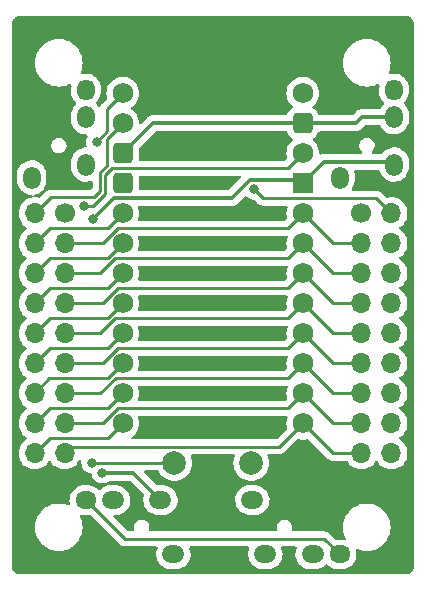
<source format=gtl>
G04 #@! TF.GenerationSoftware,KiCad,Pcbnew,7.0.5*
G04 #@! TF.CreationDate,2023-08-28T02:06:04+08:00*
G04 #@! TF.ProjectId,handwire microboard,68616e64-7769-4726-9520-6d6963726f62,rev?*
G04 #@! TF.SameCoordinates,Original*
G04 #@! TF.FileFunction,Copper,L1,Top*
G04 #@! TF.FilePolarity,Positive*
%FSLAX46Y46*%
G04 Gerber Fmt 4.6, Leading zero omitted, Abs format (unit mm)*
G04 Created by KiCad (PCBNEW 7.0.5) date 2023-08-28 02:06:04*
%MOMM*%
%LPD*%
G01*
G04 APERTURE LIST*
G04 Aperture macros list*
%AMRoundRect*
0 Rectangle with rounded corners*
0 $1 Rounding radius*
0 $2 $3 $4 $5 $6 $7 $8 $9 X,Y pos of 4 corners*
0 Add a 4 corners polygon primitive as box body*
4,1,4,$2,$3,$4,$5,$6,$7,$8,$9,$2,$3,0*
0 Add four circle primitives for the rounded corners*
1,1,$1+$1,$2,$3*
1,1,$1+$1,$4,$5*
1,1,$1+$1,$6,$7*
1,1,$1+$1,$8,$9*
0 Add four rect primitives between the rounded corners*
20,1,$1+$1,$2,$3,$4,$5,0*
20,1,$1+$1,$4,$5,$6,$7,0*
20,1,$1+$1,$6,$7,$8,$9,0*
20,1,$1+$1,$8,$9,$2,$3,0*%
G04 Aperture macros list end*
G04 #@! TA.AperFunction,ComponentPad*
%ADD10C,2.000000*%
G04 #@! TD*
G04 #@! TA.AperFunction,ComponentPad*
%ADD11C,1.752600*%
G04 #@! TD*
G04 #@! TA.AperFunction,ComponentPad*
%ADD12RoundRect,0.438150X-0.438150X0.438150X-0.438150X-0.438150X0.438150X-0.438150X0.438150X0.438150X0*%
G04 #@! TD*
G04 #@! TA.AperFunction,ComponentPad*
%ADD13R,1.752600X1.752600*%
G04 #@! TD*
G04 #@! TA.AperFunction,ComponentPad*
%ADD14O,1.700000X1.700000*%
G04 #@! TD*
G04 #@! TA.AperFunction,ComponentPad*
%ADD15C,1.700000*%
G04 #@! TD*
G04 #@! TA.AperFunction,ComponentPad*
%ADD16O,1.900000X1.500000*%
G04 #@! TD*
G04 #@! TA.AperFunction,ComponentPad*
%ADD17O,1.800000X1.500000*%
G04 #@! TD*
G04 #@! TA.AperFunction,ComponentPad*
%ADD18O,1.500000X1.900000*%
G04 #@! TD*
G04 #@! TA.AperFunction,ComponentPad*
%ADD19O,1.500000X1.800000*%
G04 #@! TD*
G04 #@! TA.AperFunction,ViaPad*
%ADD20C,0.800000*%
G04 #@! TD*
G04 #@! TA.AperFunction,Conductor*
%ADD21C,0.350000*%
G04 #@! TD*
G04 #@! TA.AperFunction,Conductor*
%ADD22C,0.250000*%
G04 #@! TD*
G04 APERTURE END LIST*
D10*
X31635000Y-55840000D03*
X38135000Y-55840000D03*
D11*
X27265000Y-24530000D03*
X27265000Y-27070000D03*
D12*
X27265000Y-29610000D03*
X27265000Y-32150000D03*
D11*
X27265000Y-34690000D03*
X27265000Y-37230000D03*
X27265000Y-39770000D03*
X27265000Y-42310000D03*
X27265000Y-44850000D03*
X27265000Y-47390000D03*
X27265000Y-49930000D03*
X27265000Y-52470000D03*
X42505000Y-52470000D03*
X42505000Y-49930000D03*
X42505000Y-47390000D03*
X42505000Y-44850000D03*
X42505000Y-42310000D03*
X42505000Y-39770000D03*
X42505000Y-37230000D03*
X42505000Y-34690000D03*
D13*
X42505000Y-32150000D03*
D11*
X42505000Y-29610000D03*
D12*
X42505000Y-27070000D03*
D11*
X42505000Y-24530000D03*
D14*
X19795000Y-34690000D03*
X19795000Y-37230000D03*
X19795000Y-39770000D03*
X19795000Y-42310000D03*
X19795000Y-44850000D03*
X19795000Y-47390000D03*
X19795000Y-49930000D03*
X19795000Y-52470000D03*
X19795000Y-55010000D03*
D15*
X22335000Y-34690000D03*
D14*
X22335000Y-37230000D03*
X22335000Y-39770000D03*
X22335000Y-42310000D03*
X22335000Y-44850000D03*
X22335000Y-47390000D03*
X22335000Y-49930000D03*
X22335000Y-52470000D03*
X22335000Y-55010000D03*
X50015000Y-34690000D03*
X50015000Y-37230000D03*
X50015000Y-39770000D03*
X50015000Y-42310000D03*
X50015000Y-44850000D03*
X50015000Y-47390000D03*
X50015000Y-49930000D03*
X50015000Y-52470000D03*
X50015000Y-55010000D03*
D15*
X47475000Y-34690000D03*
D14*
X47475000Y-37230000D03*
X47475000Y-39770000D03*
X47475000Y-42310000D03*
X47475000Y-44850000D03*
X47475000Y-47390000D03*
X47475000Y-49930000D03*
X47475000Y-52470000D03*
X47475000Y-55010000D03*
D16*
X38235000Y-58970000D03*
D17*
X45635000Y-63570000D03*
D16*
X43335000Y-63570000D03*
X39335000Y-63570000D03*
D18*
X24155000Y-30563500D03*
X24155000Y-26563500D03*
D19*
X24155000Y-24263500D03*
D18*
X19555000Y-31663500D03*
D16*
X31555000Y-63570000D03*
D17*
X24155000Y-58970000D03*
D16*
X26455000Y-58970000D03*
X30455000Y-58970000D03*
D18*
X50235000Y-30563500D03*
X50235000Y-26563500D03*
D19*
X50235000Y-24263500D03*
D18*
X45635000Y-31663500D03*
D20*
X24715500Y-35180000D03*
X25044302Y-28654302D03*
X24660000Y-55820000D03*
X25520000Y-56650000D03*
X23941000Y-34060000D03*
X38365000Y-32640000D03*
D21*
X28039968Y-33401300D02*
X26494200Y-33401300D01*
X38043984Y-31865000D02*
X36518984Y-33390000D01*
X36518984Y-33390000D02*
X28051268Y-33390000D01*
X28051268Y-33390000D02*
X28039968Y-33401300D01*
X42220000Y-31865000D02*
X38043984Y-31865000D01*
X26494200Y-33401300D02*
X24715500Y-35180000D01*
X42270000Y-31915000D02*
X42220000Y-31865000D01*
D22*
X25960000Y-25835000D02*
X27265000Y-24530000D01*
X25960000Y-27738604D02*
X25960000Y-25835000D01*
X25044302Y-28654302D02*
X25960000Y-27738604D01*
X26340000Y-30880000D02*
X41235000Y-30880000D01*
X41235000Y-30880000D02*
X42505000Y-29610000D01*
X25780000Y-31440000D02*
X26340000Y-30880000D01*
X24740000Y-34060000D02*
X25780000Y-33020000D01*
X25780000Y-33020000D02*
X25780000Y-31440000D01*
X23941000Y-34060000D02*
X24740000Y-34060000D01*
X24828604Y-33335000D02*
X21150000Y-33335000D01*
X21150000Y-33335000D02*
X19795000Y-34690000D01*
X25330000Y-31253604D02*
X25330000Y-32833604D01*
X25960000Y-30623604D02*
X25330000Y-31253604D01*
X25330000Y-32833604D02*
X24828604Y-33335000D01*
X25960000Y-28375000D02*
X25960000Y-30623604D01*
X27265000Y-27070000D02*
X25960000Y-28375000D01*
D21*
X28135000Y-56650000D02*
X30455000Y-58970000D01*
X25520000Y-56650000D02*
X28135000Y-56650000D01*
D22*
X31615000Y-55820000D02*
X31635000Y-55840000D01*
X24660000Y-55820000D02*
X31615000Y-55820000D01*
X48745000Y-33420000D02*
X50015000Y-34690000D01*
X39145000Y-33420000D02*
X48745000Y-33420000D01*
X38365000Y-32640000D02*
X39145000Y-33420000D01*
X44325000Y-62260000D02*
X45635000Y-63570000D01*
X27445000Y-62260000D02*
X44325000Y-62260000D01*
X24155000Y-58970000D02*
X27445000Y-62260000D01*
X41245000Y-48650000D02*
X26655000Y-48650000D01*
X42505000Y-47390000D02*
X41245000Y-48650000D01*
X26655000Y-48650000D02*
X25375000Y-49930000D01*
X25375000Y-49930000D02*
X22335000Y-49930000D01*
X22335000Y-47390000D02*
X25566105Y-47390000D01*
X25566105Y-47390000D02*
X26846105Y-46110000D01*
X26846105Y-46110000D02*
X41245000Y-46110000D01*
X41245000Y-46110000D02*
X42505000Y-44850000D01*
X25361396Y-44850000D02*
X22335000Y-44850000D01*
X42505000Y-42310000D02*
X41245000Y-43570000D01*
X41245000Y-43570000D02*
X26641396Y-43570000D01*
X26641396Y-43570000D02*
X25361396Y-44850000D01*
X26856105Y-41020000D02*
X41255000Y-41020000D01*
X22335000Y-42310000D02*
X25566105Y-42310000D01*
X25566105Y-42310000D02*
X26856105Y-41020000D01*
X41255000Y-41020000D02*
X42505000Y-39770000D01*
X42505000Y-37230000D02*
X41245000Y-38490000D01*
X41245000Y-38490000D02*
X26641396Y-38490000D01*
X25361396Y-39770000D02*
X22335000Y-39770000D01*
X26641396Y-38490000D02*
X25361396Y-39770000D01*
X22335000Y-37230000D02*
X25566105Y-37230000D01*
X25566105Y-37230000D02*
X26846105Y-35950000D01*
X41245000Y-35950000D02*
X42505000Y-34690000D01*
X26846105Y-35950000D02*
X41245000Y-35950000D01*
D21*
X42505000Y-32150000D02*
X44316500Y-30338500D01*
X44316500Y-30338500D02*
X50010000Y-30338500D01*
X50010000Y-30338500D02*
X50235000Y-30563500D01*
X47486500Y-26563500D02*
X50235000Y-26563500D01*
X46980000Y-27070000D02*
X47486500Y-26563500D01*
X42505000Y-27070000D02*
X46980000Y-27070000D01*
X42505000Y-27070000D02*
X29805000Y-27070000D01*
X29805000Y-27070000D02*
X27265000Y-29610000D01*
D22*
X25995000Y-53740000D02*
X27265000Y-52470000D01*
X19795000Y-55010000D02*
X21065000Y-53740000D01*
X21065000Y-53740000D02*
X25995000Y-53740000D01*
X19795000Y-52470000D02*
X21065000Y-51200000D01*
X21065000Y-51200000D02*
X25995000Y-51200000D01*
X25995000Y-51200000D02*
X27265000Y-49930000D01*
X19795000Y-49930000D02*
X21055000Y-48670000D01*
X21055000Y-48670000D02*
X25985000Y-48670000D01*
X25985000Y-48670000D02*
X27265000Y-47390000D01*
X19795000Y-47390000D02*
X21075000Y-46110000D01*
X26005000Y-46110000D02*
X27265000Y-44850000D01*
X21075000Y-46110000D02*
X26005000Y-46110000D01*
X21075000Y-43570000D02*
X26005000Y-43570000D01*
X19795000Y-44850000D02*
X21075000Y-43570000D01*
X26005000Y-43570000D02*
X27265000Y-42310000D01*
X19795000Y-42310000D02*
X21065000Y-41040000D01*
X21065000Y-41040000D02*
X25995000Y-41040000D01*
X25995000Y-41040000D02*
X27265000Y-39770000D01*
X19795000Y-39770000D02*
X21065000Y-38500000D01*
X25995000Y-38500000D02*
X27265000Y-37230000D01*
X21065000Y-38500000D02*
X25995000Y-38500000D01*
X21065000Y-35960000D02*
X25995000Y-35960000D01*
X25995000Y-35960000D02*
X27265000Y-34690000D01*
X19795000Y-37230000D02*
X21065000Y-35960000D01*
X45045000Y-37230000D02*
X42505000Y-34690000D01*
X47475000Y-37230000D02*
X45045000Y-37230000D01*
X45045000Y-39770000D02*
X42505000Y-37230000D01*
X47475000Y-39770000D02*
X45045000Y-39770000D01*
X22885000Y-54460000D02*
X40515000Y-54460000D01*
X22335000Y-55010000D02*
X22885000Y-54460000D01*
X45045000Y-55010000D02*
X42505000Y-52470000D01*
X40515000Y-54460000D02*
X42505000Y-52470000D01*
X47475000Y-55010000D02*
X45045000Y-55010000D01*
X25566105Y-52470000D02*
X26826105Y-51210000D01*
X41225000Y-51210000D02*
X42505000Y-49930000D01*
X45045000Y-52470000D02*
X47475000Y-52470000D01*
X22335000Y-52470000D02*
X25566105Y-52470000D01*
X26826105Y-51210000D02*
X41225000Y-51210000D01*
X42505000Y-49930000D02*
X45045000Y-52470000D01*
X45045000Y-49930000D02*
X42505000Y-47390000D01*
X47475000Y-49930000D02*
X45045000Y-49930000D01*
X47475000Y-47390000D02*
X45045000Y-47390000D01*
X45045000Y-47390000D02*
X42505000Y-44850000D01*
X45045000Y-44850000D02*
X42505000Y-42310000D01*
X47475000Y-44850000D02*
X45045000Y-44850000D01*
X47475000Y-42310000D02*
X45045000Y-42310000D01*
X45045000Y-42310000D02*
X42505000Y-39770000D01*
X42270000Y-31915000D02*
X42505000Y-32150000D01*
G04 #@! TA.AperFunction,NonConductor*
G36*
X51178031Y-17964299D02*
G01*
X51185641Y-17965048D01*
X51210293Y-17967476D01*
X51320730Y-17979919D01*
X51342829Y-17984477D01*
X51394823Y-18000249D01*
X51397282Y-18001053D01*
X51475132Y-18028294D01*
X51492607Y-18035967D01*
X51545933Y-18064470D01*
X51549641Y-18066623D01*
X51611057Y-18105212D01*
X51619257Y-18110365D01*
X51625609Y-18114939D01*
X51677264Y-18157331D01*
X51681765Y-18161410D01*
X51739087Y-18218732D01*
X51743167Y-18223234D01*
X51785559Y-18274889D01*
X51790133Y-18281241D01*
X51833862Y-18350834D01*
X51836039Y-18354585D01*
X51841244Y-18364321D01*
X51864528Y-18407884D01*
X51872211Y-18425382D01*
X51899444Y-18503213D01*
X51900254Y-18505691D01*
X51916020Y-18557664D01*
X51920580Y-18579777D01*
X51933022Y-18690203D01*
X51936201Y-18722468D01*
X51936500Y-18728550D01*
X51936500Y-64516780D01*
X51936167Y-64523198D01*
X51932829Y-64555290D01*
X51919895Y-64664768D01*
X51915215Y-64686857D01*
X51899249Y-64738481D01*
X51898426Y-64740955D01*
X51870967Y-64818092D01*
X51863188Y-64835552D01*
X51834586Y-64888371D01*
X51832383Y-64892118D01*
X51788554Y-64961042D01*
X51783945Y-64967371D01*
X51741495Y-65018529D01*
X51737382Y-65023017D01*
X51680143Y-65079639D01*
X51675611Y-65083703D01*
X51623996Y-65125597D01*
X51617619Y-65130137D01*
X51548246Y-65173206D01*
X51544474Y-65175368D01*
X51491334Y-65203404D01*
X51473792Y-65210994D01*
X51396322Y-65237632D01*
X51393838Y-65238428D01*
X51342079Y-65253823D01*
X51319954Y-65258262D01*
X51211151Y-65269936D01*
X51177907Y-65273029D01*
X51171788Y-65273295D01*
X51126120Y-65273022D01*
X51123355Y-65273315D01*
X18619861Y-65273315D01*
X18613779Y-65273016D01*
X18581606Y-65269847D01*
X18470699Y-65257353D01*
X18448586Y-65252793D01*
X18396536Y-65237004D01*
X18394056Y-65236195D01*
X18315943Y-65208863D01*
X18298447Y-65201182D01*
X18245027Y-65172629D01*
X18241273Y-65170450D01*
X18171477Y-65126595D01*
X18165125Y-65122020D01*
X18113352Y-65079533D01*
X18108841Y-65075444D01*
X18051362Y-65017967D01*
X18047273Y-65013456D01*
X18004787Y-64961687D01*
X18000212Y-64955334D01*
X17956361Y-64885545D01*
X17954178Y-64881785D01*
X17925624Y-64828366D01*
X17917941Y-64810867D01*
X17890606Y-64732749D01*
X17889797Y-64730270D01*
X17880983Y-64701215D01*
X17874008Y-64678223D01*
X17869451Y-64656123D01*
X17856871Y-64544389D01*
X17854469Y-64519996D01*
X17853799Y-64513190D01*
X17853500Y-64507111D01*
X17853500Y-61270001D01*
X19849390Y-61270001D01*
X19869804Y-61555433D01*
X19930628Y-61835037D01*
X19930630Y-61835043D01*
X19930631Y-61835046D01*
X19942374Y-61866530D01*
X20030635Y-62103166D01*
X20167770Y-62354309D01*
X20167775Y-62354317D01*
X20339254Y-62583387D01*
X20339270Y-62583405D01*
X20541594Y-62785729D01*
X20541612Y-62785745D01*
X20770682Y-62957224D01*
X20770690Y-62957229D01*
X21021833Y-63094364D01*
X21021832Y-63094364D01*
X21021836Y-63094365D01*
X21021839Y-63094367D01*
X21289954Y-63194369D01*
X21289960Y-63194370D01*
X21289962Y-63194371D01*
X21569566Y-63255195D01*
X21569568Y-63255195D01*
X21569572Y-63255196D01*
X21783552Y-63270500D01*
X21926448Y-63270500D01*
X22140428Y-63255196D01*
X22383386Y-63202344D01*
X22420037Y-63194371D01*
X22420037Y-63194370D01*
X22420046Y-63194369D01*
X22688161Y-63094367D01*
X22939315Y-62957226D01*
X23168395Y-62785739D01*
X23370739Y-62583395D01*
X23542226Y-62354315D01*
X23679367Y-62103161D01*
X23779369Y-61835046D01*
X23797883Y-61749938D01*
X23840195Y-61555433D01*
X23840195Y-61555432D01*
X23840196Y-61555428D01*
X23860610Y-61270000D01*
X23857665Y-61228830D01*
X23846119Y-61067387D01*
X23840196Y-60984572D01*
X23786895Y-60739552D01*
X23779371Y-60704962D01*
X23779370Y-60704960D01*
X23779369Y-60704954D01*
X23679367Y-60436839D01*
X23649178Y-60381553D01*
X23634327Y-60313282D01*
X23658743Y-60247817D01*
X23714676Y-60205946D01*
X23780152Y-60200120D01*
X23800921Y-60203889D01*
X23892450Y-60220500D01*
X23892453Y-60220500D01*
X24361148Y-60220500D01*
X24361155Y-60220500D01*
X24449944Y-60212508D01*
X24518475Y-60226104D01*
X24548738Y-60248328D01*
X26944194Y-62643784D01*
X26954019Y-62656048D01*
X26954240Y-62655866D01*
X26959210Y-62661874D01*
X27008949Y-62708582D01*
X27010316Y-62709906D01*
X27030530Y-62730120D01*
X27036004Y-62734366D01*
X27040442Y-62738156D01*
X27074418Y-62770062D01*
X27074422Y-62770064D01*
X27091973Y-62779713D01*
X27108231Y-62790392D01*
X27124064Y-62802674D01*
X27146015Y-62812172D01*
X27166837Y-62821183D01*
X27172081Y-62823752D01*
X27212908Y-62846197D01*
X27232312Y-62851179D01*
X27250710Y-62857478D01*
X27269105Y-62865438D01*
X27315129Y-62872726D01*
X27320832Y-62873907D01*
X27365981Y-62885500D01*
X27386016Y-62885500D01*
X27405413Y-62887026D01*
X27425196Y-62890160D01*
X27471583Y-62885775D01*
X27477422Y-62885500D01*
X30099780Y-62885500D01*
X30166819Y-62905185D01*
X30212574Y-62957989D01*
X30222518Y-63027147D01*
X30213802Y-63058235D01*
X30160896Y-63182014D01*
X30160895Y-63182017D01*
X30110810Y-63401457D01*
X30110808Y-63401468D01*
X30105769Y-63513674D01*
X30100710Y-63626330D01*
X30130925Y-63849387D01*
X30130926Y-63849390D01*
X30200483Y-64063465D01*
X30307146Y-64261678D01*
X30307148Y-64261681D01*
X30447489Y-64437663D01*
X30447491Y-64437664D01*
X30447492Y-64437666D01*
X30617004Y-64585765D01*
X30810236Y-64701215D01*
X31020976Y-64780307D01*
X31242450Y-64820500D01*
X31242453Y-64820500D01*
X31811148Y-64820500D01*
X31811155Y-64820500D01*
X31979188Y-64805377D01*
X31991022Y-64802111D01*
X32196160Y-64745496D01*
X32196162Y-64745495D01*
X32196170Y-64745493D01*
X32398973Y-64647829D01*
X32581078Y-64515522D01*
X32736632Y-64352825D01*
X32860635Y-64164968D01*
X32949103Y-63957988D01*
X32999191Y-63738537D01*
X33009290Y-63513670D01*
X32979075Y-63290613D01*
X32909517Y-63076536D01*
X32909514Y-63076531D01*
X32909514Y-63076529D01*
X32905063Y-63068257D01*
X32890631Y-62999894D01*
X32915450Y-62934581D01*
X32971639Y-62893054D01*
X33014258Y-62885500D01*
X37879780Y-62885500D01*
X37946819Y-62905185D01*
X37992574Y-62957989D01*
X38002518Y-63027147D01*
X37993802Y-63058235D01*
X37940896Y-63182014D01*
X37940895Y-63182017D01*
X37890810Y-63401457D01*
X37890808Y-63401468D01*
X37885769Y-63513674D01*
X37880710Y-63626330D01*
X37910925Y-63849387D01*
X37910926Y-63849390D01*
X37980483Y-64063465D01*
X38087146Y-64261678D01*
X38087148Y-64261681D01*
X38227489Y-64437663D01*
X38227491Y-64437664D01*
X38227492Y-64437666D01*
X38397004Y-64585765D01*
X38590236Y-64701215D01*
X38800976Y-64780307D01*
X39022450Y-64820500D01*
X39022453Y-64820500D01*
X39591148Y-64820500D01*
X39591155Y-64820500D01*
X39759188Y-64805377D01*
X39771022Y-64802111D01*
X39976160Y-64745496D01*
X39976162Y-64745495D01*
X39976170Y-64745493D01*
X40178973Y-64647829D01*
X40361078Y-64515522D01*
X40516632Y-64352825D01*
X40640635Y-64164968D01*
X40729103Y-63957988D01*
X40779191Y-63738537D01*
X40789290Y-63513670D01*
X40759075Y-63290613D01*
X40689517Y-63076536D01*
X40689514Y-63076531D01*
X40689514Y-63076529D01*
X40685063Y-63068257D01*
X40670631Y-62999894D01*
X40695450Y-62934581D01*
X40751639Y-62893054D01*
X40794258Y-62885500D01*
X41879780Y-62885500D01*
X41946819Y-62905185D01*
X41992574Y-62957989D01*
X42002518Y-63027147D01*
X41993802Y-63058235D01*
X41940896Y-63182014D01*
X41940895Y-63182017D01*
X41890810Y-63401457D01*
X41890808Y-63401468D01*
X41885769Y-63513674D01*
X41880710Y-63626330D01*
X41910925Y-63849387D01*
X41910926Y-63849390D01*
X41980483Y-64063465D01*
X42087146Y-64261678D01*
X42087148Y-64261681D01*
X42227489Y-64437663D01*
X42227491Y-64437664D01*
X42227492Y-64437666D01*
X42397004Y-64585765D01*
X42590236Y-64701215D01*
X42800976Y-64780307D01*
X43022450Y-64820500D01*
X43022453Y-64820500D01*
X43591148Y-64820500D01*
X43591155Y-64820500D01*
X43759188Y-64805377D01*
X43771022Y-64802111D01*
X43976160Y-64745496D01*
X43976162Y-64745495D01*
X43976170Y-64745493D01*
X44178973Y-64647829D01*
X44361078Y-64515522D01*
X44418205Y-64455771D01*
X44478761Y-64420920D01*
X44548547Y-64424339D01*
X44589416Y-64448084D01*
X44746996Y-64585759D01*
X44747000Y-64585762D01*
X44747004Y-64585765D01*
X44940236Y-64701215D01*
X45150976Y-64780307D01*
X45372450Y-64820500D01*
X45372453Y-64820500D01*
X45841148Y-64820500D01*
X45841155Y-64820500D01*
X46009188Y-64805377D01*
X46021022Y-64802111D01*
X46226160Y-64745496D01*
X46226162Y-64745495D01*
X46226170Y-64745493D01*
X46428973Y-64647829D01*
X46611078Y-64515522D01*
X46766632Y-64352825D01*
X46890635Y-64164968D01*
X46979103Y-63957988D01*
X47029191Y-63738537D01*
X47039290Y-63513670D01*
X47009075Y-63290613D01*
X47003086Y-63272183D01*
X47001090Y-63202344D01*
X47037169Y-63142510D01*
X47099869Y-63111681D01*
X47164348Y-63117681D01*
X47369954Y-63194369D01*
X47369960Y-63194370D01*
X47369962Y-63194371D01*
X47649566Y-63255195D01*
X47649568Y-63255195D01*
X47649572Y-63255196D01*
X47863552Y-63270500D01*
X48006448Y-63270500D01*
X48220428Y-63255196D01*
X48463386Y-63202344D01*
X48500037Y-63194371D01*
X48500037Y-63194370D01*
X48500046Y-63194369D01*
X48768161Y-63094367D01*
X49019315Y-62957226D01*
X49248395Y-62785739D01*
X49450739Y-62583395D01*
X49622226Y-62354315D01*
X49759367Y-62103161D01*
X49859369Y-61835046D01*
X49877883Y-61749938D01*
X49920195Y-61555433D01*
X49920195Y-61555432D01*
X49920196Y-61555428D01*
X49940610Y-61270000D01*
X49937665Y-61228830D01*
X49926119Y-61067387D01*
X49920196Y-60984572D01*
X49866895Y-60739552D01*
X49859371Y-60704962D01*
X49859370Y-60704960D01*
X49859369Y-60704954D01*
X49759367Y-60436839D01*
X49633289Y-60205946D01*
X49622229Y-60185690D01*
X49622224Y-60185682D01*
X49450745Y-59956612D01*
X49450729Y-59956594D01*
X49248405Y-59754270D01*
X49248387Y-59754254D01*
X49019317Y-59582775D01*
X49019309Y-59582770D01*
X48768166Y-59445635D01*
X48768167Y-59445635D01*
X48639088Y-59397491D01*
X48500046Y-59345631D01*
X48500043Y-59345630D01*
X48500037Y-59345628D01*
X48220433Y-59284804D01*
X48006450Y-59269500D01*
X48006448Y-59269500D01*
X47863552Y-59269500D01*
X47863549Y-59269500D01*
X47649566Y-59284804D01*
X47369962Y-59345628D01*
X47101833Y-59445635D01*
X46850690Y-59582770D01*
X46850682Y-59582775D01*
X46621612Y-59754254D01*
X46621594Y-59754270D01*
X46419270Y-59956594D01*
X46419254Y-59956612D01*
X46247775Y-60185682D01*
X46247770Y-60185690D01*
X46110635Y-60436833D01*
X46010628Y-60704962D01*
X45949804Y-60984566D01*
X45929390Y-61269998D01*
X45929390Y-61270001D01*
X45949804Y-61555433D01*
X46010628Y-61835037D01*
X46010630Y-61835043D01*
X46010631Y-61835046D01*
X46022374Y-61866530D01*
X46110635Y-62103166D01*
X46140820Y-62158445D01*
X46155672Y-62226718D01*
X46131255Y-62292182D01*
X46075322Y-62334054D01*
X46009847Y-62339879D01*
X45897551Y-62319500D01*
X45897547Y-62319500D01*
X45428845Y-62319500D01*
X45428843Y-62319500D01*
X45340055Y-62327490D01*
X45271521Y-62313893D01*
X45241261Y-62291670D01*
X44825803Y-61876212D01*
X44815980Y-61863950D01*
X44815759Y-61864134D01*
X44810786Y-61858122D01*
X44761066Y-61811432D01*
X44759666Y-61810075D01*
X44739476Y-61789884D01*
X44733986Y-61785625D01*
X44729561Y-61781847D01*
X44695582Y-61749938D01*
X44695580Y-61749936D01*
X44695577Y-61749935D01*
X44678029Y-61740288D01*
X44661763Y-61729604D01*
X44645933Y-61717325D01*
X44603168Y-61698818D01*
X44597922Y-61696248D01*
X44557093Y-61673803D01*
X44557092Y-61673802D01*
X44537693Y-61668822D01*
X44519281Y-61662518D01*
X44500898Y-61654562D01*
X44500892Y-61654560D01*
X44454874Y-61647272D01*
X44449152Y-61646087D01*
X44404021Y-61634500D01*
X44404019Y-61634500D01*
X44383984Y-61634500D01*
X44364586Y-61632973D01*
X44357162Y-61631797D01*
X44344805Y-61629840D01*
X44344804Y-61629840D01*
X44298416Y-61634225D01*
X44292578Y-61634500D01*
X41676650Y-61634500D01*
X41609611Y-61614815D01*
X41563856Y-61562011D01*
X41553912Y-61492853D01*
X41558395Y-61473574D01*
X41558577Y-61472615D01*
X41558579Y-61472613D01*
X41589376Y-61311170D01*
X41579056Y-61147140D01*
X41528268Y-60990829D01*
X41524293Y-60984566D01*
X41440201Y-60852059D01*
X41320396Y-60739554D01*
X41320388Y-60739548D01*
X41176371Y-60660374D01*
X41176361Y-60660371D01*
X41017180Y-60619500D01*
X41017177Y-60619500D01*
X40894075Y-60619500D01*
X40894065Y-60619500D01*
X40771942Y-60634929D01*
X40771939Y-60634929D01*
X40619130Y-60695431D01*
X40619121Y-60695436D01*
X40486164Y-60792034D01*
X40486162Y-60792037D01*
X40381400Y-60918673D01*
X40311420Y-61067387D01*
X40296207Y-61147139D01*
X40280624Y-61228830D01*
X40280624Y-61228832D01*
X40280624Y-61228833D01*
X40290944Y-61392860D01*
X40316717Y-61472182D01*
X40318712Y-61542023D01*
X40282632Y-61601856D01*
X40219931Y-61632684D01*
X40198786Y-61634500D01*
X29596650Y-61634500D01*
X29529611Y-61614815D01*
X29483856Y-61562011D01*
X29473912Y-61492853D01*
X29478395Y-61473574D01*
X29478577Y-61472615D01*
X29478579Y-61472613D01*
X29509376Y-61311170D01*
X29499056Y-61147140D01*
X29448268Y-60990829D01*
X29444293Y-60984566D01*
X29360201Y-60852059D01*
X29240396Y-60739554D01*
X29240388Y-60739548D01*
X29096371Y-60660374D01*
X29096361Y-60660371D01*
X28937180Y-60619500D01*
X28937177Y-60619500D01*
X28814075Y-60619500D01*
X28814065Y-60619500D01*
X28691942Y-60634929D01*
X28691939Y-60634929D01*
X28539130Y-60695431D01*
X28539121Y-60695436D01*
X28406164Y-60792034D01*
X28406162Y-60792037D01*
X28301400Y-60918673D01*
X28231420Y-61067387D01*
X28216207Y-61147139D01*
X28200624Y-61228830D01*
X28200624Y-61228832D01*
X28200624Y-61228833D01*
X28210944Y-61392860D01*
X28236717Y-61472182D01*
X28238712Y-61542023D01*
X28202632Y-61601856D01*
X28139931Y-61632684D01*
X28118786Y-61634500D01*
X27755452Y-61634500D01*
X27688413Y-61614815D01*
X27667771Y-61598181D01*
X26501771Y-60432181D01*
X26468286Y-60370858D01*
X26473270Y-60301166D01*
X26515142Y-60245233D01*
X26580606Y-60220816D01*
X26589452Y-60220500D01*
X26711148Y-60220500D01*
X26711155Y-60220500D01*
X26879188Y-60205377D01*
X26898236Y-60200120D01*
X27096160Y-60145496D01*
X27096162Y-60145495D01*
X27096170Y-60145493D01*
X27298973Y-60047829D01*
X27481078Y-59915522D01*
X27636632Y-59752825D01*
X27760635Y-59564968D01*
X27849103Y-59357988D01*
X27899191Y-59138537D01*
X27909290Y-58913670D01*
X27879075Y-58690613D01*
X27809517Y-58476536D01*
X27702852Y-58278319D01*
X27575863Y-58119080D01*
X27562510Y-58102336D01*
X27562508Y-58102334D01*
X27392996Y-57954235D01*
X27199764Y-57838785D01*
X27081775Y-57794503D01*
X26989023Y-57759692D01*
X26767550Y-57719500D01*
X26767547Y-57719500D01*
X26198845Y-57719500D01*
X26163034Y-57722723D01*
X26030813Y-57734622D01*
X26030807Y-57734623D01*
X25813839Y-57794503D01*
X25813826Y-57794508D01*
X25611033Y-57892167D01*
X25611025Y-57892171D01*
X25428927Y-58024473D01*
X25428918Y-58024480D01*
X25371793Y-58084228D01*
X25311236Y-58119080D01*
X25241451Y-58115659D01*
X25200585Y-58091917D01*
X25042996Y-57954235D01*
X24849764Y-57838785D01*
X24731775Y-57794503D01*
X24639023Y-57759692D01*
X24417550Y-57719500D01*
X24417547Y-57719500D01*
X23948845Y-57719500D01*
X23913034Y-57722723D01*
X23780813Y-57734622D01*
X23780807Y-57734623D01*
X23563839Y-57794503D01*
X23563826Y-57794508D01*
X23361033Y-57892167D01*
X23361025Y-57892171D01*
X23178927Y-58024473D01*
X23178925Y-58024474D01*
X23023366Y-58187176D01*
X22899363Y-58375033D01*
X22810899Y-58582004D01*
X22810895Y-58582017D01*
X22760810Y-58801457D01*
X22760808Y-58801468D01*
X22755769Y-58913674D01*
X22750710Y-59026330D01*
X22780925Y-59249387D01*
X22780926Y-59249391D01*
X22786913Y-59267817D01*
X22788908Y-59337658D01*
X22752828Y-59397491D01*
X22690127Y-59428319D01*
X22625649Y-59422317D01*
X22581863Y-59405985D01*
X22420046Y-59345631D01*
X22420042Y-59345630D01*
X22420039Y-59345629D01*
X22140433Y-59284804D01*
X21926450Y-59269500D01*
X21926448Y-59269500D01*
X21783552Y-59269500D01*
X21783549Y-59269500D01*
X21569566Y-59284804D01*
X21289962Y-59345628D01*
X21021833Y-59445635D01*
X20770690Y-59582770D01*
X20770682Y-59582775D01*
X20541612Y-59754254D01*
X20541594Y-59754270D01*
X20339270Y-59956594D01*
X20339254Y-59956612D01*
X20167775Y-60185682D01*
X20167770Y-60185690D01*
X20030635Y-60436833D01*
X19930628Y-60704962D01*
X19869804Y-60984566D01*
X19849390Y-61269998D01*
X19849390Y-61270001D01*
X17853500Y-61270001D01*
X17853500Y-31919655D01*
X18304500Y-31919655D01*
X18309113Y-31970916D01*
X18319622Y-32087686D01*
X18319623Y-32087692D01*
X18379503Y-32304660D01*
X18379508Y-32304673D01*
X18477167Y-32507466D01*
X18477171Y-32507474D01*
X18609473Y-32689572D01*
X18609474Y-32689574D01*
X18609477Y-32689577D01*
X18609478Y-32689578D01*
X18639081Y-32717881D01*
X18772176Y-32845133D01*
X18960033Y-32969136D01*
X19167004Y-33057600D01*
X19167007Y-33057601D01*
X19167012Y-33057603D01*
X19386463Y-33107691D01*
X19503501Y-33112947D01*
X19523511Y-33113846D01*
X19589600Y-33136518D01*
X19632940Y-33191322D01*
X19639770Y-33260857D01*
X19607923Y-33323047D01*
X19550041Y-33357496D01*
X19331344Y-33416094D01*
X19331335Y-33416098D01*
X19117171Y-33515964D01*
X19117169Y-33515965D01*
X18923597Y-33651505D01*
X18756505Y-33818597D01*
X18620965Y-34012169D01*
X18620964Y-34012171D01*
X18521098Y-34226335D01*
X18521094Y-34226344D01*
X18459938Y-34454586D01*
X18459936Y-34454596D01*
X18439341Y-34689999D01*
X18439341Y-34690000D01*
X18459936Y-34925403D01*
X18459938Y-34925413D01*
X18521094Y-35153655D01*
X18521096Y-35153659D01*
X18521097Y-35153663D01*
X18534709Y-35182853D01*
X18620965Y-35367830D01*
X18620967Y-35367834D01*
X18729281Y-35522521D01*
X18756501Y-35561396D01*
X18756506Y-35561402D01*
X18923597Y-35728493D01*
X18923603Y-35728498D01*
X19109158Y-35858425D01*
X19152783Y-35913002D01*
X19159977Y-35982500D01*
X19128454Y-36044855D01*
X19109158Y-36061575D01*
X18923597Y-36191505D01*
X18756505Y-36358597D01*
X18620965Y-36552169D01*
X18620964Y-36552171D01*
X18521098Y-36766335D01*
X18521094Y-36766344D01*
X18459938Y-36994586D01*
X18459936Y-36994596D01*
X18439341Y-37229999D01*
X18439341Y-37230000D01*
X18459936Y-37465403D01*
X18459938Y-37465413D01*
X18521094Y-37693655D01*
X18521096Y-37693659D01*
X18521097Y-37693663D01*
X18589645Y-37840664D01*
X18620965Y-37907830D01*
X18620967Y-37907834D01*
X18729281Y-38062521D01*
X18756501Y-38101396D01*
X18756506Y-38101402D01*
X18923597Y-38268493D01*
X18923603Y-38268498D01*
X19109158Y-38398425D01*
X19152783Y-38453002D01*
X19159977Y-38522500D01*
X19128454Y-38584855D01*
X19109158Y-38601575D01*
X18923597Y-38731505D01*
X18756505Y-38898597D01*
X18620965Y-39092169D01*
X18620964Y-39092171D01*
X18521098Y-39306335D01*
X18521094Y-39306344D01*
X18459938Y-39534586D01*
X18459936Y-39534596D01*
X18439341Y-39769999D01*
X18439341Y-39770000D01*
X18459936Y-40005403D01*
X18459938Y-40005413D01*
X18521094Y-40233655D01*
X18521096Y-40233659D01*
X18521097Y-40233663D01*
X18589645Y-40380664D01*
X18620965Y-40447830D01*
X18620967Y-40447834D01*
X18729281Y-40602521D01*
X18756501Y-40641396D01*
X18756506Y-40641402D01*
X18923597Y-40808493D01*
X18923603Y-40808498D01*
X19109158Y-40938425D01*
X19152783Y-40993002D01*
X19159977Y-41062500D01*
X19128454Y-41124855D01*
X19109158Y-41141575D01*
X18923597Y-41271505D01*
X18756505Y-41438597D01*
X18620965Y-41632169D01*
X18620964Y-41632171D01*
X18521098Y-41846335D01*
X18521094Y-41846344D01*
X18459938Y-42074586D01*
X18459936Y-42074596D01*
X18439341Y-42309999D01*
X18439341Y-42310000D01*
X18459936Y-42545403D01*
X18459938Y-42545413D01*
X18521094Y-42773655D01*
X18521096Y-42773659D01*
X18521097Y-42773663D01*
X18589645Y-42920664D01*
X18620965Y-42987830D01*
X18620967Y-42987834D01*
X18729281Y-43142521D01*
X18756501Y-43181396D01*
X18756506Y-43181402D01*
X18923597Y-43348493D01*
X18923603Y-43348498D01*
X19109158Y-43478425D01*
X19152783Y-43533002D01*
X19159977Y-43602500D01*
X19128454Y-43664855D01*
X19109158Y-43681575D01*
X18923597Y-43811505D01*
X18756505Y-43978597D01*
X18620965Y-44172169D01*
X18620964Y-44172171D01*
X18521098Y-44386335D01*
X18521094Y-44386344D01*
X18459938Y-44614586D01*
X18459936Y-44614596D01*
X18439341Y-44849999D01*
X18439341Y-44850000D01*
X18459936Y-45085403D01*
X18459938Y-45085413D01*
X18521094Y-45313655D01*
X18521096Y-45313659D01*
X18521097Y-45313663D01*
X18589645Y-45460664D01*
X18620965Y-45527830D01*
X18620967Y-45527834D01*
X18729281Y-45682521D01*
X18756501Y-45721396D01*
X18756506Y-45721402D01*
X18923597Y-45888493D01*
X18923603Y-45888498D01*
X19109158Y-46018425D01*
X19152783Y-46073002D01*
X19159977Y-46142500D01*
X19128454Y-46204855D01*
X19109158Y-46221575D01*
X18923597Y-46351505D01*
X18756505Y-46518597D01*
X18620965Y-46712169D01*
X18620964Y-46712171D01*
X18521098Y-46926335D01*
X18521094Y-46926344D01*
X18459938Y-47154586D01*
X18459936Y-47154596D01*
X18439341Y-47389999D01*
X18439341Y-47390000D01*
X18459936Y-47625403D01*
X18459938Y-47625413D01*
X18521094Y-47853655D01*
X18521096Y-47853659D01*
X18521097Y-47853663D01*
X18589645Y-48000664D01*
X18620965Y-48067830D01*
X18620967Y-48067834D01*
X18729281Y-48222521D01*
X18756501Y-48261396D01*
X18756506Y-48261402D01*
X18923597Y-48428493D01*
X18923603Y-48428498D01*
X19109158Y-48558425D01*
X19152783Y-48613002D01*
X19159977Y-48682500D01*
X19128454Y-48744855D01*
X19109158Y-48761575D01*
X18923597Y-48891505D01*
X18756505Y-49058597D01*
X18620965Y-49252169D01*
X18620964Y-49252171D01*
X18521098Y-49466335D01*
X18521094Y-49466344D01*
X18459938Y-49694586D01*
X18459936Y-49694596D01*
X18439341Y-49929999D01*
X18439341Y-49930000D01*
X18459936Y-50165403D01*
X18459938Y-50165413D01*
X18521094Y-50393655D01*
X18521096Y-50393659D01*
X18521097Y-50393663D01*
X18610086Y-50584500D01*
X18620965Y-50607830D01*
X18620967Y-50607834D01*
X18729281Y-50762521D01*
X18756504Y-50801400D01*
X18756506Y-50801402D01*
X18923597Y-50968493D01*
X18923603Y-50968498D01*
X19109158Y-51098425D01*
X19152783Y-51153002D01*
X19159977Y-51222500D01*
X19128454Y-51284855D01*
X19109158Y-51301575D01*
X18923597Y-51431505D01*
X18756505Y-51598597D01*
X18620965Y-51792169D01*
X18620964Y-51792171D01*
X18521098Y-52006335D01*
X18521094Y-52006344D01*
X18459938Y-52234586D01*
X18459936Y-52234596D01*
X18439341Y-52469999D01*
X18439341Y-52470000D01*
X18459936Y-52705403D01*
X18459938Y-52705413D01*
X18521094Y-52933655D01*
X18521096Y-52933659D01*
X18521097Y-52933663D01*
X18611499Y-53127530D01*
X18620965Y-53147830D01*
X18620967Y-53147834D01*
X18729281Y-53302521D01*
X18756501Y-53341396D01*
X18756506Y-53341402D01*
X18923597Y-53508493D01*
X18923603Y-53508498D01*
X19109158Y-53638425D01*
X19152783Y-53693002D01*
X19159977Y-53762500D01*
X19128454Y-53824855D01*
X19109158Y-53841575D01*
X18923597Y-53971505D01*
X18756505Y-54138597D01*
X18620965Y-54332169D01*
X18620964Y-54332171D01*
X18521098Y-54546335D01*
X18521094Y-54546344D01*
X18459938Y-54774586D01*
X18459936Y-54774596D01*
X18439341Y-55009999D01*
X18439341Y-55010000D01*
X18459936Y-55245403D01*
X18459938Y-55245413D01*
X18521094Y-55473655D01*
X18521096Y-55473659D01*
X18521097Y-55473663D01*
X18601004Y-55645023D01*
X18620965Y-55687830D01*
X18620967Y-55687834D01*
X18727511Y-55839994D01*
X18756505Y-55881401D01*
X18923599Y-56048495D01*
X18979767Y-56087824D01*
X19117165Y-56184032D01*
X19117167Y-56184033D01*
X19117170Y-56184035D01*
X19331337Y-56283903D01*
X19559592Y-56345063D01*
X19747918Y-56361539D01*
X19794999Y-56365659D01*
X19795000Y-56365659D01*
X19795001Y-56365659D01*
X19834234Y-56362226D01*
X20030408Y-56345063D01*
X20258663Y-56283903D01*
X20472830Y-56184035D01*
X20666401Y-56048495D01*
X20833495Y-55881401D01*
X20947891Y-55718026D01*
X20963425Y-55695842D01*
X21018002Y-55652217D01*
X21087500Y-55645023D01*
X21149855Y-55676546D01*
X21166575Y-55695842D01*
X21296500Y-55881395D01*
X21296505Y-55881401D01*
X21463599Y-56048495D01*
X21519767Y-56087824D01*
X21657165Y-56184032D01*
X21657167Y-56184033D01*
X21657170Y-56184035D01*
X21871337Y-56283903D01*
X22099592Y-56345063D01*
X22287918Y-56361539D01*
X22334999Y-56365659D01*
X22335000Y-56365659D01*
X22335001Y-56365659D01*
X22374234Y-56362226D01*
X22570408Y-56345063D01*
X22798663Y-56283903D01*
X23012830Y-56184035D01*
X23206401Y-56048495D01*
X23373495Y-55881401D01*
X23509035Y-55687830D01*
X23530754Y-55641252D01*
X23576926Y-55588813D01*
X23644119Y-55569661D01*
X23711000Y-55589876D01*
X23756335Y-55643041D01*
X23766456Y-55706616D01*
X23754540Y-55820000D01*
X23774326Y-56008256D01*
X23774327Y-56008259D01*
X23832818Y-56188277D01*
X23832821Y-56188284D01*
X23927467Y-56352216D01*
X24011461Y-56445500D01*
X24054129Y-56492888D01*
X24207265Y-56604148D01*
X24207270Y-56604151D01*
X24380192Y-56681142D01*
X24380193Y-56681142D01*
X24380197Y-56681144D01*
X24535118Y-56714073D01*
X24596600Y-56747265D01*
X24630377Y-56808428D01*
X24632658Y-56822399D01*
X24634324Y-56838249D01*
X24634324Y-56838252D01*
X24692818Y-57018277D01*
X24692821Y-57018284D01*
X24787467Y-57182216D01*
X24893133Y-57299570D01*
X24914129Y-57322888D01*
X25067265Y-57434148D01*
X25067270Y-57434151D01*
X25240192Y-57511142D01*
X25240197Y-57511144D01*
X25425354Y-57550500D01*
X25425355Y-57550500D01*
X25614644Y-57550500D01*
X25614646Y-57550500D01*
X25799803Y-57511144D01*
X25972730Y-57434151D01*
X26072287Y-57361819D01*
X26089681Y-57349182D01*
X26155487Y-57325702D01*
X26162566Y-57325500D01*
X27803837Y-57325500D01*
X27870876Y-57345185D01*
X27891518Y-57361819D01*
X29021879Y-58492181D01*
X29055364Y-58553504D01*
X29055089Y-58607454D01*
X29010810Y-58801457D01*
X29010808Y-58801468D01*
X29005769Y-58913674D01*
X29000710Y-59026330D01*
X29030925Y-59249387D01*
X29030926Y-59249390D01*
X29100483Y-59463465D01*
X29207146Y-59661678D01*
X29207148Y-59661681D01*
X29347489Y-59837663D01*
X29347491Y-59837664D01*
X29347492Y-59837666D01*
X29517004Y-59985765D01*
X29710236Y-60101215D01*
X29920976Y-60180307D01*
X30142450Y-60220500D01*
X30142453Y-60220500D01*
X30711148Y-60220500D01*
X30711155Y-60220500D01*
X30879188Y-60205377D01*
X30898236Y-60200120D01*
X31096160Y-60145496D01*
X31096162Y-60145495D01*
X31096170Y-60145493D01*
X31298973Y-60047829D01*
X31481078Y-59915522D01*
X31636632Y-59752825D01*
X31760635Y-59564968D01*
X31849103Y-59357988D01*
X31899191Y-59138537D01*
X31904230Y-59026330D01*
X36780710Y-59026330D01*
X36810925Y-59249387D01*
X36810926Y-59249390D01*
X36880483Y-59463465D01*
X36987146Y-59661678D01*
X36987148Y-59661681D01*
X37127489Y-59837663D01*
X37127491Y-59837664D01*
X37127492Y-59837666D01*
X37297004Y-59985765D01*
X37490236Y-60101215D01*
X37700976Y-60180307D01*
X37922450Y-60220500D01*
X37922453Y-60220500D01*
X38491148Y-60220500D01*
X38491155Y-60220500D01*
X38659188Y-60205377D01*
X38678236Y-60200120D01*
X38876160Y-60145496D01*
X38876162Y-60145495D01*
X38876170Y-60145493D01*
X39078973Y-60047829D01*
X39261078Y-59915522D01*
X39416632Y-59752825D01*
X39540635Y-59564968D01*
X39629103Y-59357988D01*
X39679191Y-59138537D01*
X39689290Y-58913670D01*
X39659075Y-58690613D01*
X39589517Y-58476536D01*
X39482852Y-58278319D01*
X39355863Y-58119080D01*
X39342510Y-58102336D01*
X39342508Y-58102334D01*
X39172996Y-57954235D01*
X38979764Y-57838785D01*
X38861775Y-57794503D01*
X38769023Y-57759692D01*
X38547550Y-57719500D01*
X38547547Y-57719500D01*
X37978845Y-57719500D01*
X37943034Y-57722723D01*
X37810813Y-57734622D01*
X37810807Y-57734623D01*
X37593839Y-57794503D01*
X37593826Y-57794508D01*
X37391033Y-57892167D01*
X37391025Y-57892171D01*
X37208927Y-58024473D01*
X37208925Y-58024474D01*
X37053366Y-58187176D01*
X36929363Y-58375033D01*
X36840899Y-58582004D01*
X36840895Y-58582017D01*
X36790810Y-58801457D01*
X36790808Y-58801468D01*
X36785769Y-58913674D01*
X36780710Y-59026330D01*
X31904230Y-59026330D01*
X31909290Y-58913670D01*
X31879075Y-58690613D01*
X31809517Y-58476536D01*
X31702852Y-58278319D01*
X31575863Y-58119080D01*
X31562510Y-58102336D01*
X31562508Y-58102334D01*
X31392996Y-57954235D01*
X31199764Y-57838785D01*
X31081775Y-57794503D01*
X30989023Y-57759692D01*
X30767550Y-57719500D01*
X30767547Y-57719500D01*
X30211164Y-57719500D01*
X30144125Y-57699815D01*
X30123483Y-57683181D01*
X29622516Y-57182214D01*
X29097481Y-56657180D01*
X29063997Y-56595858D01*
X29068981Y-56526166D01*
X29110853Y-56470233D01*
X29176317Y-56445816D01*
X29185163Y-56445500D01*
X30181078Y-56445500D01*
X30248117Y-56465185D01*
X30293872Y-56517989D01*
X30294634Y-56519691D01*
X30310825Y-56556605D01*
X30446833Y-56764782D01*
X30446836Y-56764785D01*
X30615256Y-56947738D01*
X30811491Y-57100474D01*
X31030190Y-57218828D01*
X31265386Y-57299571D01*
X31510665Y-57340500D01*
X31759335Y-57340500D01*
X32004614Y-57299571D01*
X32239810Y-57218828D01*
X32458509Y-57100474D01*
X32654744Y-56947738D01*
X32823164Y-56764785D01*
X32959173Y-56556607D01*
X33059063Y-56328881D01*
X33120108Y-56087821D01*
X33120109Y-56087812D01*
X33140643Y-55840005D01*
X33140643Y-55839994D01*
X33120109Y-55592187D01*
X33120107Y-55592175D01*
X33059063Y-55351118D01*
X33018792Y-55259310D01*
X33009889Y-55190010D01*
X33039866Y-55126898D01*
X33099205Y-55090011D01*
X33132348Y-55085500D01*
X36637652Y-55085500D01*
X36704691Y-55105185D01*
X36750446Y-55157989D01*
X36760390Y-55227147D01*
X36751208Y-55259310D01*
X36710936Y-55351118D01*
X36649892Y-55592175D01*
X36649890Y-55592187D01*
X36629357Y-55839994D01*
X36629357Y-55840005D01*
X36649890Y-56087812D01*
X36649892Y-56087824D01*
X36710936Y-56328881D01*
X36810826Y-56556606D01*
X36946833Y-56764782D01*
X36946836Y-56764785D01*
X37115256Y-56947738D01*
X37311491Y-57100474D01*
X37530190Y-57218828D01*
X37765386Y-57299571D01*
X38010665Y-57340500D01*
X38259335Y-57340500D01*
X38504614Y-57299571D01*
X38739810Y-57218828D01*
X38958509Y-57100474D01*
X39154744Y-56947738D01*
X39323164Y-56764785D01*
X39459173Y-56556607D01*
X39559063Y-56328881D01*
X39620108Y-56087821D01*
X39620109Y-56087812D01*
X39640643Y-55840005D01*
X39640643Y-55839994D01*
X39620109Y-55592187D01*
X39620107Y-55592175D01*
X39559063Y-55351118D01*
X39518792Y-55259310D01*
X39509889Y-55190010D01*
X39539866Y-55126898D01*
X39599205Y-55090011D01*
X39632348Y-55085500D01*
X40432257Y-55085500D01*
X40447877Y-55087224D01*
X40447904Y-55086939D01*
X40455666Y-55087673D01*
X40455666Y-55087672D01*
X40455667Y-55087673D01*
X40458999Y-55087568D01*
X40523847Y-55085531D01*
X40525794Y-55085500D01*
X40554347Y-55085500D01*
X40554350Y-55085500D01*
X40561228Y-55084630D01*
X40567041Y-55084172D01*
X40613627Y-55082709D01*
X40632869Y-55077117D01*
X40651912Y-55073174D01*
X40671792Y-55070664D01*
X40715122Y-55053507D01*
X40720646Y-55051617D01*
X40724396Y-55050527D01*
X40765390Y-55038618D01*
X40782629Y-55028422D01*
X40800103Y-55019862D01*
X40818727Y-55012488D01*
X40818727Y-55012487D01*
X40818732Y-55012486D01*
X40856449Y-54985082D01*
X40861305Y-54981892D01*
X40901420Y-54958170D01*
X40915589Y-54943999D01*
X40930379Y-54931368D01*
X40946587Y-54919594D01*
X40976299Y-54883676D01*
X40980212Y-54879376D01*
X42025134Y-53834455D01*
X42086455Y-53800972D01*
X42153081Y-53804859D01*
X42165857Y-53809245D01*
X42390915Y-53846800D01*
X42619085Y-53846800D01*
X42844143Y-53809245D01*
X42856922Y-53804857D01*
X42926717Y-53801706D01*
X42984866Y-53834457D01*
X44544197Y-55393788D01*
X44554022Y-55406051D01*
X44554243Y-55405869D01*
X44559211Y-55411874D01*
X44608932Y-55458566D01*
X44610332Y-55459923D01*
X44630523Y-55480115D01*
X44630527Y-55480118D01*
X44630529Y-55480120D01*
X44636011Y-55484373D01*
X44640443Y-55488157D01*
X44674418Y-55520062D01*
X44691976Y-55529714D01*
X44708235Y-55540395D01*
X44724064Y-55552673D01*
X44766838Y-55571182D01*
X44772056Y-55573738D01*
X44812908Y-55596197D01*
X44832316Y-55601180D01*
X44850717Y-55607480D01*
X44869104Y-55615437D01*
X44912488Y-55622308D01*
X44915119Y-55622725D01*
X44920839Y-55623909D01*
X44965981Y-55635500D01*
X44986016Y-55635500D01*
X45005414Y-55637026D01*
X45025194Y-55640159D01*
X45025195Y-55640160D01*
X45025195Y-55640159D01*
X45025196Y-55640160D01*
X45071583Y-55635775D01*
X45077422Y-55635500D01*
X46199773Y-55635500D01*
X46266812Y-55655185D01*
X46301348Y-55688377D01*
X46436500Y-55881395D01*
X46436505Y-55881401D01*
X46603599Y-56048495D01*
X46659767Y-56087824D01*
X46797165Y-56184032D01*
X46797167Y-56184033D01*
X46797170Y-56184035D01*
X47011337Y-56283903D01*
X47239592Y-56345063D01*
X47427918Y-56361539D01*
X47474999Y-56365659D01*
X47475000Y-56365659D01*
X47475001Y-56365659D01*
X47514234Y-56362226D01*
X47710408Y-56345063D01*
X47938663Y-56283903D01*
X48152830Y-56184035D01*
X48346401Y-56048495D01*
X48513495Y-55881401D01*
X48627891Y-55718026D01*
X48643425Y-55695842D01*
X48698002Y-55652217D01*
X48767500Y-55645023D01*
X48829855Y-55676546D01*
X48846575Y-55695842D01*
X48976500Y-55881395D01*
X48976505Y-55881401D01*
X49143599Y-56048495D01*
X49199767Y-56087824D01*
X49337165Y-56184032D01*
X49337167Y-56184033D01*
X49337170Y-56184035D01*
X49551337Y-56283903D01*
X49779592Y-56345063D01*
X49967918Y-56361539D01*
X50014999Y-56365659D01*
X50015000Y-56365659D01*
X50015001Y-56365659D01*
X50054234Y-56362226D01*
X50250408Y-56345063D01*
X50478663Y-56283903D01*
X50692830Y-56184035D01*
X50886401Y-56048495D01*
X51053495Y-55881401D01*
X51189035Y-55687830D01*
X51288903Y-55473663D01*
X51350063Y-55245408D01*
X51370659Y-55010000D01*
X51350063Y-54774592D01*
X51288903Y-54546337D01*
X51189035Y-54332171D01*
X51188652Y-54331623D01*
X51053494Y-54138597D01*
X50886402Y-53971506D01*
X50886396Y-53971501D01*
X50700842Y-53841575D01*
X50657217Y-53786998D01*
X50650023Y-53717500D01*
X50681546Y-53655145D01*
X50700842Y-53638425D01*
X50737658Y-53612646D01*
X50886401Y-53508495D01*
X51053495Y-53341401D01*
X51189035Y-53147830D01*
X51288903Y-52933663D01*
X51350063Y-52705408D01*
X51370659Y-52470000D01*
X51370658Y-52469994D01*
X51350063Y-52234596D01*
X51350063Y-52234592D01*
X51288903Y-52006337D01*
X51189035Y-51792171D01*
X51188652Y-51791623D01*
X51053494Y-51598597D01*
X50886402Y-51431506D01*
X50886396Y-51431501D01*
X50700842Y-51301575D01*
X50657217Y-51246998D01*
X50650023Y-51177500D01*
X50681546Y-51115145D01*
X50700842Y-51098425D01*
X50723026Y-51082891D01*
X50886401Y-50968495D01*
X51053495Y-50801401D01*
X51189035Y-50607830D01*
X51288903Y-50393663D01*
X51350063Y-50165408D01*
X51370659Y-49930000D01*
X51370658Y-49929994D01*
X51350063Y-49694596D01*
X51350063Y-49694592D01*
X51288903Y-49466337D01*
X51189035Y-49252171D01*
X51188652Y-49251623D01*
X51053494Y-49058597D01*
X50886402Y-48891506D01*
X50886396Y-48891501D01*
X50700842Y-48761575D01*
X50657217Y-48706998D01*
X50650023Y-48637500D01*
X50681546Y-48575145D01*
X50700842Y-48558425D01*
X50723026Y-48542891D01*
X50886401Y-48428495D01*
X51053495Y-48261401D01*
X51189035Y-48067830D01*
X51288903Y-47853663D01*
X51350063Y-47625408D01*
X51370659Y-47390000D01*
X51370658Y-47389994D01*
X51350063Y-47154596D01*
X51350063Y-47154592D01*
X51288903Y-46926337D01*
X51189035Y-46712171D01*
X51188652Y-46711623D01*
X51053494Y-46518597D01*
X50886402Y-46351506D01*
X50886396Y-46351501D01*
X50700842Y-46221575D01*
X50657217Y-46166998D01*
X50650023Y-46097500D01*
X50681546Y-46035145D01*
X50700842Y-46018425D01*
X50723026Y-46002891D01*
X50886401Y-45888495D01*
X51053495Y-45721401D01*
X51189035Y-45527830D01*
X51288903Y-45313663D01*
X51350063Y-45085408D01*
X51370659Y-44850000D01*
X51370658Y-44849994D01*
X51350063Y-44614596D01*
X51350063Y-44614592D01*
X51288903Y-44386337D01*
X51189035Y-44172171D01*
X51188652Y-44171623D01*
X51053494Y-43978597D01*
X50886402Y-43811506D01*
X50886396Y-43811501D01*
X50700842Y-43681575D01*
X50657217Y-43626998D01*
X50650023Y-43557500D01*
X50681546Y-43495145D01*
X50700842Y-43478425D01*
X50723026Y-43462891D01*
X50886401Y-43348495D01*
X51053495Y-43181401D01*
X51189035Y-42987830D01*
X51288903Y-42773663D01*
X51350063Y-42545408D01*
X51370659Y-42310000D01*
X51370658Y-42309994D01*
X51350063Y-42074596D01*
X51350063Y-42074592D01*
X51288903Y-41846337D01*
X51189035Y-41632171D01*
X51188652Y-41631623D01*
X51053494Y-41438597D01*
X50886402Y-41271506D01*
X50886396Y-41271501D01*
X50700842Y-41141575D01*
X50657217Y-41086998D01*
X50650023Y-41017500D01*
X50681546Y-40955145D01*
X50700842Y-40938425D01*
X50723026Y-40922891D01*
X50886401Y-40808495D01*
X51053495Y-40641401D01*
X51189035Y-40447830D01*
X51288903Y-40233663D01*
X51350063Y-40005408D01*
X51370659Y-39770000D01*
X51370658Y-39769994D01*
X51350063Y-39534596D01*
X51350063Y-39534592D01*
X51288903Y-39306337D01*
X51189035Y-39092171D01*
X51188652Y-39091623D01*
X51053494Y-38898597D01*
X50886402Y-38731506D01*
X50886396Y-38731501D01*
X50700842Y-38601575D01*
X50657217Y-38546998D01*
X50650023Y-38477500D01*
X50681546Y-38415145D01*
X50700842Y-38398425D01*
X50723026Y-38382891D01*
X50886401Y-38268495D01*
X51053495Y-38101401D01*
X51189035Y-37907830D01*
X51288903Y-37693663D01*
X51350063Y-37465408D01*
X51370659Y-37230000D01*
X51370658Y-37229994D01*
X51350063Y-36994596D01*
X51350063Y-36994592D01*
X51288903Y-36766337D01*
X51189035Y-36552171D01*
X51188652Y-36551623D01*
X51053494Y-36358597D01*
X50886402Y-36191506D01*
X50886396Y-36191501D01*
X50700842Y-36061575D01*
X50657217Y-36006998D01*
X50650023Y-35937500D01*
X50681546Y-35875145D01*
X50700842Y-35858425D01*
X50723026Y-35842891D01*
X50886401Y-35728495D01*
X51053495Y-35561401D01*
X51189035Y-35367830D01*
X51288903Y-35153663D01*
X51350063Y-34925408D01*
X51370659Y-34690000D01*
X51370658Y-34689994D01*
X51350063Y-34454596D01*
X51350063Y-34454592D01*
X51288903Y-34226337D01*
X51189035Y-34012171D01*
X51188339Y-34011176D01*
X51053494Y-33818597D01*
X50886402Y-33651506D01*
X50886395Y-33651501D01*
X50692834Y-33515967D01*
X50692830Y-33515965D01*
X50661042Y-33501142D01*
X50478663Y-33416097D01*
X50478659Y-33416096D01*
X50478655Y-33416094D01*
X50250413Y-33354938D01*
X50250403Y-33354936D01*
X50015001Y-33334341D01*
X50014999Y-33334341D01*
X49779590Y-33354937D01*
X49779589Y-33354937D01*
X49679124Y-33381855D01*
X49609274Y-33380191D01*
X49559352Y-33349761D01*
X49245803Y-33036212D01*
X49235980Y-33023950D01*
X49235759Y-33024134D01*
X49230786Y-33018122D01*
X49181066Y-32971432D01*
X49179666Y-32970075D01*
X49159476Y-32949884D01*
X49153986Y-32945625D01*
X49149561Y-32941847D01*
X49115582Y-32909938D01*
X49115580Y-32909936D01*
X49115577Y-32909935D01*
X49098029Y-32900288D01*
X49081763Y-32889604D01*
X49065933Y-32877325D01*
X49023168Y-32858818D01*
X49017922Y-32856248D01*
X48977093Y-32833803D01*
X48977092Y-32833802D01*
X48957693Y-32828822D01*
X48939281Y-32822518D01*
X48920898Y-32814562D01*
X48920892Y-32814560D01*
X48874874Y-32807272D01*
X48869152Y-32806087D01*
X48824021Y-32794500D01*
X48824019Y-32794500D01*
X48803984Y-32794500D01*
X48784586Y-32792973D01*
X48777162Y-32791797D01*
X48764805Y-32789840D01*
X48764804Y-32789840D01*
X48718416Y-32794225D01*
X48712578Y-32794500D01*
X46753903Y-32794500D01*
X46686864Y-32774815D01*
X46641109Y-32722011D01*
X46631165Y-32652853D01*
X46649639Y-32607311D01*
X46647908Y-32606277D01*
X46650763Y-32601497D01*
X46650765Y-32601496D01*
X46766215Y-32408264D01*
X46845307Y-32197524D01*
X46865240Y-32087686D01*
X46885500Y-31976049D01*
X46885500Y-31407352D01*
X46885500Y-31407345D01*
X46870377Y-31239312D01*
X46860816Y-31204670D01*
X46851521Y-31170989D01*
X46852661Y-31101129D01*
X46891389Y-31042975D01*
X46955409Y-31014991D01*
X46971052Y-31014000D01*
X48912471Y-31014000D01*
X48979510Y-31033685D01*
X49025265Y-31086489D01*
X49032002Y-31105011D01*
X49059503Y-31204660D01*
X49059508Y-31204673D01*
X49157167Y-31407466D01*
X49157171Y-31407474D01*
X49289473Y-31589572D01*
X49289474Y-31589574D01*
X49452176Y-31745133D01*
X49640033Y-31869136D01*
X49847004Y-31957600D01*
X49847007Y-31957601D01*
X49847012Y-31957603D01*
X50066463Y-32007691D01*
X50291330Y-32017790D01*
X50514387Y-31987575D01*
X50728464Y-31918017D01*
X50926681Y-31811352D01*
X51102666Y-31671008D01*
X51250765Y-31501496D01*
X51366215Y-31308264D01*
X51445307Y-31097524D01*
X51477753Y-30918736D01*
X51485500Y-30876049D01*
X51485500Y-30307352D01*
X51485500Y-30307345D01*
X51470377Y-30139312D01*
X51465262Y-30120778D01*
X51410496Y-29922339D01*
X51410491Y-29922326D01*
X51312832Y-29719533D01*
X51312828Y-29719525D01*
X51180526Y-29537427D01*
X51180525Y-29537425D01*
X51135048Y-29493945D01*
X51017825Y-29381868D01*
X51017823Y-29381866D01*
X50829966Y-29257863D01*
X50622995Y-29169399D01*
X50622982Y-29169395D01*
X50403542Y-29119310D01*
X50403538Y-29119309D01*
X50403537Y-29119309D01*
X50403536Y-29119308D01*
X50403531Y-29119308D01*
X50178674Y-29109210D01*
X50178673Y-29109210D01*
X50178670Y-29109210D01*
X49955613Y-29139425D01*
X49955610Y-29139425D01*
X49955609Y-29139426D01*
X49741534Y-29208983D01*
X49543321Y-29315646D01*
X49543318Y-29315648D01*
X49367336Y-29455989D01*
X49315390Y-29515446D01*
X49232886Y-29609880D01*
X49223533Y-29620585D01*
X49164601Y-29658119D01*
X49130152Y-29663000D01*
X48460551Y-29663000D01*
X48393512Y-29643315D01*
X48347757Y-29590511D01*
X48337813Y-29521353D01*
X48366838Y-29457797D01*
X48378458Y-29447132D01*
X48378150Y-29446804D01*
X48383834Y-29441465D01*
X48383837Y-29441463D01*
X48488600Y-29314826D01*
X48558579Y-29166113D01*
X48589376Y-29004670D01*
X48579056Y-28840640D01*
X48528268Y-28684329D01*
X48440202Y-28545560D01*
X48435190Y-28540853D01*
X48320396Y-28433054D01*
X48320388Y-28433048D01*
X48176371Y-28353874D01*
X48176361Y-28353871D01*
X48017180Y-28313000D01*
X48017177Y-28313000D01*
X47894075Y-28313000D01*
X47894065Y-28313000D01*
X47771942Y-28328429D01*
X47771939Y-28328429D01*
X47619130Y-28388931D01*
X47619121Y-28388936D01*
X47486164Y-28485534D01*
X47486162Y-28485537D01*
X47381400Y-28612173D01*
X47311420Y-28760887D01*
X47291833Y-28863569D01*
X47280624Y-28922330D01*
X47280624Y-28922332D01*
X47280624Y-28922333D01*
X47290944Y-29086360D01*
X47341732Y-29242671D01*
X47341734Y-29242675D01*
X47429798Y-29381440D01*
X47501324Y-29448608D01*
X47536719Y-29508849D01*
X47533926Y-29578663D01*
X47493832Y-29635884D01*
X47429167Y-29662345D01*
X47416440Y-29663000D01*
X44338778Y-29663000D01*
X44335034Y-29662887D01*
X44275418Y-29659281D01*
X44275409Y-29659281D01*
X44216671Y-29670045D01*
X44212970Y-29670608D01*
X44153656Y-29677811D01*
X44144881Y-29681139D01*
X44123278Y-29687160D01*
X44118759Y-29687988D01*
X44114060Y-29688850D01*
X44059529Y-29713390D01*
X44056065Y-29714821D01*
X44054573Y-29715387D01*
X44053870Y-29715653D01*
X43984199Y-29720909D01*
X43922746Y-29687663D01*
X43889022Y-29626470D01*
X43886510Y-29609895D01*
X43867677Y-29382609D01*
X43811664Y-29161422D01*
X43720010Y-28952470D01*
X43595213Y-28761453D01*
X43595212Y-28761451D01*
X43440680Y-28593586D01*
X43440676Y-28593582D01*
X43372929Y-28540853D01*
X43332116Y-28484142D01*
X43328441Y-28414369D01*
X43363072Y-28353686D01*
X43392794Y-28332515D01*
X43457191Y-28299704D01*
X43610532Y-28175532D01*
X43734704Y-28022191D01*
X43824282Y-27846385D01*
X43824476Y-27845659D01*
X43826689Y-27837405D01*
X43863054Y-27777745D01*
X43925901Y-27747217D01*
X43946463Y-27745500D01*
X46957722Y-27745500D01*
X46961466Y-27745613D01*
X47021082Y-27749219D01*
X47021082Y-27749218D01*
X47021085Y-27749219D01*
X47057327Y-27742577D01*
X47079836Y-27738453D01*
X47083540Y-27737889D01*
X47104888Y-27735296D01*
X47142845Y-27730688D01*
X47151605Y-27727365D01*
X47173221Y-27721338D01*
X47182439Y-27719650D01*
X47236916Y-27695132D01*
X47240358Y-27693705D01*
X47296226Y-27672518D01*
X47303933Y-27667197D01*
X47323480Y-27656172D01*
X47332028Y-27652326D01*
X47379066Y-27615472D01*
X47382059Y-27613269D01*
X47431229Y-27579332D01*
X47470867Y-27534588D01*
X47473370Y-27531929D01*
X47729983Y-27275316D01*
X47791305Y-27241834D01*
X47817663Y-27239000D01*
X48998125Y-27239000D01*
X49065164Y-27258685D01*
X49109845Y-27309199D01*
X49157167Y-27407467D01*
X49157171Y-27407474D01*
X49289473Y-27589572D01*
X49289474Y-27589574D01*
X49289477Y-27589577D01*
X49289478Y-27589578D01*
X49316572Y-27615482D01*
X49452176Y-27745133D01*
X49640033Y-27869136D01*
X49847004Y-27957600D01*
X49847007Y-27957601D01*
X49847012Y-27957603D01*
X50066463Y-28007691D01*
X50291330Y-28017790D01*
X50514387Y-27987575D01*
X50728464Y-27918017D01*
X50926681Y-27811352D01*
X51102666Y-27671008D01*
X51250765Y-27501496D01*
X51366215Y-27308264D01*
X51445307Y-27097524D01*
X51458704Y-27023698D01*
X51485500Y-26876049D01*
X51485500Y-26307352D01*
X51485500Y-26307345D01*
X51470377Y-26139312D01*
X51464443Y-26117810D01*
X51410496Y-25922339D01*
X51410491Y-25922326D01*
X51312832Y-25719533D01*
X51312828Y-25719525D01*
X51180526Y-25537427D01*
X51180519Y-25537419D01*
X51120772Y-25480294D01*
X51085920Y-25419737D01*
X51089339Y-25349951D01*
X51113082Y-25309085D01*
X51250765Y-25151496D01*
X51366215Y-24958264D01*
X51445307Y-24747524D01*
X51485500Y-24526047D01*
X51485500Y-24057345D01*
X51470377Y-23889312D01*
X51470195Y-23888652D01*
X51410496Y-23672339D01*
X51410491Y-23672326D01*
X51312832Y-23469533D01*
X51312828Y-23469525D01*
X51180526Y-23287427D01*
X51180525Y-23287425D01*
X51169511Y-23276895D01*
X51017825Y-23131868D01*
X51017823Y-23131866D01*
X50829966Y-23007863D01*
X50622995Y-22919399D01*
X50622982Y-22919395D01*
X50403542Y-22869310D01*
X50403538Y-22869309D01*
X50403537Y-22869309D01*
X50403536Y-22869308D01*
X50403531Y-22869308D01*
X50178674Y-22859210D01*
X50178673Y-22859210D01*
X50178670Y-22859210D01*
X50051208Y-22876475D01*
X49955610Y-22889425D01*
X49937180Y-22895414D01*
X49867339Y-22897408D01*
X49807507Y-22861326D01*
X49776680Y-22798625D01*
X49782681Y-22734152D01*
X49859369Y-22528546D01*
X49920196Y-22248928D01*
X49940610Y-21963500D01*
X49920196Y-21678072D01*
X49859369Y-21398454D01*
X49759367Y-21130339D01*
X49622226Y-20879185D01*
X49622224Y-20879182D01*
X49450745Y-20650112D01*
X49450729Y-20650094D01*
X49248405Y-20447770D01*
X49248387Y-20447754D01*
X49019317Y-20276275D01*
X49019309Y-20276270D01*
X48768166Y-20139135D01*
X48768167Y-20139135D01*
X48660914Y-20099132D01*
X48500046Y-20039131D01*
X48500043Y-20039130D01*
X48500037Y-20039128D01*
X48220433Y-19978304D01*
X48006450Y-19963000D01*
X48006448Y-19963000D01*
X47863552Y-19963000D01*
X47863549Y-19963000D01*
X47649566Y-19978304D01*
X47369962Y-20039128D01*
X47101833Y-20139135D01*
X46850690Y-20276270D01*
X46850682Y-20276275D01*
X46621612Y-20447754D01*
X46621594Y-20447770D01*
X46419270Y-20650094D01*
X46419254Y-20650112D01*
X46247775Y-20879182D01*
X46247770Y-20879190D01*
X46110635Y-21130333D01*
X46010628Y-21398462D01*
X45949804Y-21678066D01*
X45929390Y-21963498D01*
X45929390Y-21963501D01*
X45949804Y-22248933D01*
X46010628Y-22528537D01*
X46110635Y-22796666D01*
X46247770Y-23047809D01*
X46247775Y-23047817D01*
X46419254Y-23276887D01*
X46419270Y-23276905D01*
X46621594Y-23479229D01*
X46621612Y-23479245D01*
X46850682Y-23650724D01*
X46850690Y-23650729D01*
X47101833Y-23787864D01*
X47101832Y-23787864D01*
X47101836Y-23787865D01*
X47101839Y-23787867D01*
X47369954Y-23887869D01*
X47369960Y-23887870D01*
X47369962Y-23887871D01*
X47649566Y-23948695D01*
X47649568Y-23948695D01*
X47649572Y-23948696D01*
X47863552Y-23964000D01*
X48006448Y-23964000D01*
X48220428Y-23948696D01*
X48500046Y-23887869D01*
X48768161Y-23787867D01*
X48823444Y-23757679D01*
X48891716Y-23742827D01*
X48957181Y-23767243D01*
X48999053Y-23823176D01*
X49004879Y-23888652D01*
X48984500Y-24000949D01*
X48984500Y-24469651D01*
X48999622Y-24637686D01*
X48999623Y-24637692D01*
X49059503Y-24854660D01*
X49059508Y-24854673D01*
X49157167Y-25057466D01*
X49157171Y-25057474D01*
X49289473Y-25239572D01*
X49289480Y-25239580D01*
X49349227Y-25296705D01*
X49384079Y-25357262D01*
X49380660Y-25427048D01*
X49356916Y-25467916D01*
X49219236Y-25625502D01*
X49100929Y-25823516D01*
X49099724Y-25822796D01*
X49057418Y-25869658D01*
X48992515Y-25888000D01*
X47508778Y-25888000D01*
X47505034Y-25887887D01*
X47445418Y-25884281D01*
X47445409Y-25884281D01*
X47386671Y-25895045D01*
X47382970Y-25895608D01*
X47323656Y-25902811D01*
X47314881Y-25906139D01*
X47293278Y-25912160D01*
X47288759Y-25912988D01*
X47284060Y-25913850D01*
X47229575Y-25938369D01*
X47226118Y-25939801D01*
X47170274Y-25960981D01*
X47170270Y-25960984D01*
X47162556Y-25966308D01*
X47143025Y-25977324D01*
X47134470Y-25981174D01*
X47087443Y-26018017D01*
X47084428Y-26020236D01*
X47035272Y-26054167D01*
X47035269Y-26054170D01*
X46995664Y-26098873D01*
X46993097Y-26101600D01*
X46736516Y-26358182D01*
X46675196Y-26391666D01*
X46648837Y-26394500D01*
X43946463Y-26394500D01*
X43879424Y-26374815D01*
X43833669Y-26322011D01*
X43826689Y-26302595D01*
X43824283Y-26293618D01*
X43824282Y-26293617D01*
X43824282Y-26293615D01*
X43745661Y-26139313D01*
X43734705Y-26117810D01*
X43610532Y-25964467D01*
X43457189Y-25840294D01*
X43392796Y-25807485D01*
X43342000Y-25759511D01*
X43325205Y-25691690D01*
X43347742Y-25625555D01*
X43372930Y-25599146D01*
X43440671Y-25546422D01*
X43440672Y-25546420D01*
X43440677Y-25546417D01*
X43595213Y-25378547D01*
X43720010Y-25187530D01*
X43811664Y-24978578D01*
X43867677Y-24757391D01*
X43868495Y-24747523D01*
X43886519Y-24530005D01*
X43886519Y-24529994D01*
X43867678Y-24302616D01*
X43867677Y-24302613D01*
X43867677Y-24302609D01*
X43811664Y-24081422D01*
X43720010Y-23872470D01*
X43687805Y-23823176D01*
X43595212Y-23681451D01*
X43440680Y-23513586D01*
X43440676Y-23513582D01*
X43260620Y-23373440D01*
X43260619Y-23373439D01*
X43059950Y-23264842D01*
X43059942Y-23264839D01*
X42844145Y-23190755D01*
X42619085Y-23153200D01*
X42390915Y-23153200D01*
X42165854Y-23190755D01*
X41950057Y-23264839D01*
X41950049Y-23264842D01*
X41749379Y-23373440D01*
X41569323Y-23513582D01*
X41569319Y-23513586D01*
X41414787Y-23681451D01*
X41289989Y-23872470D01*
X41198335Y-24081422D01*
X41142323Y-24302608D01*
X41142321Y-24302616D01*
X41123481Y-24529994D01*
X41123481Y-24530005D01*
X41142321Y-24757383D01*
X41142323Y-24757391D01*
X41198335Y-24978577D01*
X41289989Y-25187529D01*
X41414787Y-25378548D01*
X41569319Y-25546413D01*
X41569323Y-25546417D01*
X41637070Y-25599146D01*
X41677883Y-25655856D01*
X41681558Y-25725629D01*
X41646927Y-25786313D01*
X41617203Y-25807485D01*
X41552810Y-25840294D01*
X41399467Y-25964467D01*
X41275294Y-26117810D01*
X41185716Y-26293618D01*
X41183311Y-26302595D01*
X41146946Y-26362255D01*
X41084099Y-26392783D01*
X41063537Y-26394500D01*
X29827272Y-26394500D01*
X29823527Y-26394387D01*
X29763917Y-26390781D01*
X29763909Y-26390781D01*
X29705171Y-26401545D01*
X29701470Y-26402108D01*
X29642153Y-26409312D01*
X29633375Y-26412640D01*
X29611783Y-26418659D01*
X29602562Y-26420349D01*
X29548090Y-26444864D01*
X29544632Y-26446296D01*
X29488772Y-26467482D01*
X29488769Y-26467484D01*
X29481051Y-26472811D01*
X29461514Y-26483830D01*
X29452973Y-26487674D01*
X29452968Y-26487677D01*
X29405946Y-26524515D01*
X29402931Y-26526733D01*
X29353777Y-26560662D01*
X29353769Y-26560669D01*
X29314172Y-26605364D01*
X29311605Y-26608091D01*
X28851232Y-27068465D01*
X28789909Y-27101950D01*
X28720218Y-27096966D01*
X28664284Y-27055095D01*
X28639975Y-26991025D01*
X28627677Y-26842609D01*
X28571664Y-26621422D01*
X28480010Y-26412470D01*
X28444541Y-26358181D01*
X28355212Y-26221451D01*
X28200680Y-26053586D01*
X28200676Y-26053582D01*
X28081705Y-25960984D01*
X28020619Y-25913439D01*
X28012517Y-25909054D01*
X27962928Y-25859837D01*
X27947818Y-25791621D01*
X27971988Y-25726065D01*
X28012517Y-25690945D01*
X28020619Y-25686561D01*
X28200677Y-25546417D01*
X28355213Y-25378547D01*
X28480010Y-25187530D01*
X28571664Y-24978578D01*
X28627677Y-24757391D01*
X28628495Y-24747523D01*
X28646519Y-24530005D01*
X28646519Y-24529994D01*
X28627678Y-24302616D01*
X28627677Y-24302613D01*
X28627677Y-24302609D01*
X28571664Y-24081422D01*
X28480010Y-23872470D01*
X28447805Y-23823176D01*
X28355212Y-23681451D01*
X28200680Y-23513586D01*
X28200676Y-23513582D01*
X28020620Y-23373440D01*
X28020619Y-23373439D01*
X27819950Y-23264842D01*
X27819942Y-23264839D01*
X27604145Y-23190755D01*
X27379085Y-23153200D01*
X27150915Y-23153200D01*
X26925854Y-23190755D01*
X26710057Y-23264839D01*
X26710049Y-23264842D01*
X26509379Y-23373440D01*
X26329323Y-23513582D01*
X26329319Y-23513586D01*
X26174787Y-23681451D01*
X26049989Y-23872470D01*
X25958335Y-24081422D01*
X25902323Y-24302608D01*
X25902321Y-24302616D01*
X25883481Y-24529994D01*
X25883481Y-24530005D01*
X25902321Y-24757383D01*
X25902323Y-24757395D01*
X25935683Y-24889129D01*
X25933058Y-24958949D01*
X25903158Y-25007250D01*
X25576208Y-25334199D01*
X25563951Y-25344020D01*
X25564134Y-25344241D01*
X25558122Y-25349214D01*
X25511432Y-25398932D01*
X25510079Y-25400329D01*
X25489889Y-25420519D01*
X25489877Y-25420532D01*
X25485621Y-25426017D01*
X25481837Y-25430447D01*
X25449937Y-25464418D01*
X25449936Y-25464420D01*
X25440284Y-25481976D01*
X25429610Y-25498226D01*
X25417329Y-25514061D01*
X25417324Y-25514068D01*
X25398815Y-25556839D01*
X25396245Y-25562085D01*
X25370714Y-25608525D01*
X25321168Y-25657789D01*
X25252853Y-25672446D01*
X25187459Y-25647843D01*
X25161736Y-25621676D01*
X25100522Y-25537422D01*
X25076092Y-25514064D01*
X25040772Y-25480294D01*
X25005920Y-25419737D01*
X25009339Y-25349951D01*
X25033082Y-25309085D01*
X25170765Y-25151496D01*
X25286215Y-24958264D01*
X25365307Y-24747524D01*
X25405500Y-24526047D01*
X25405500Y-24057345D01*
X25390377Y-23889312D01*
X25390195Y-23888652D01*
X25330496Y-23672339D01*
X25330491Y-23672326D01*
X25232832Y-23469533D01*
X25232828Y-23469525D01*
X25100526Y-23287427D01*
X25100525Y-23287425D01*
X25089511Y-23276895D01*
X24937825Y-23131868D01*
X24937823Y-23131866D01*
X24749966Y-23007863D01*
X24542995Y-22919399D01*
X24542982Y-22919395D01*
X24323542Y-22869310D01*
X24323538Y-22869309D01*
X24323537Y-22869309D01*
X24323536Y-22869308D01*
X24323531Y-22869308D01*
X24098674Y-22859210D01*
X24098673Y-22859210D01*
X24098670Y-22859210D01*
X23971208Y-22876475D01*
X23875610Y-22889425D01*
X23857180Y-22895414D01*
X23787339Y-22897408D01*
X23727507Y-22861326D01*
X23696680Y-22798625D01*
X23702681Y-22734152D01*
X23779369Y-22528546D01*
X23840196Y-22248928D01*
X23860610Y-21963500D01*
X23840196Y-21678072D01*
X23779369Y-21398454D01*
X23679367Y-21130339D01*
X23542226Y-20879185D01*
X23542224Y-20879182D01*
X23370745Y-20650112D01*
X23370729Y-20650094D01*
X23168405Y-20447770D01*
X23168387Y-20447754D01*
X22939317Y-20276275D01*
X22939309Y-20276270D01*
X22688166Y-20139135D01*
X22688167Y-20139135D01*
X22580915Y-20099132D01*
X22420046Y-20039131D01*
X22420043Y-20039130D01*
X22420037Y-20039128D01*
X22140433Y-19978304D01*
X21926450Y-19963000D01*
X21926448Y-19963000D01*
X21783552Y-19963000D01*
X21783549Y-19963000D01*
X21569566Y-19978304D01*
X21289962Y-20039128D01*
X21021833Y-20139135D01*
X20770690Y-20276270D01*
X20770682Y-20276275D01*
X20541612Y-20447754D01*
X20541594Y-20447770D01*
X20339270Y-20650094D01*
X20339254Y-20650112D01*
X20167775Y-20879182D01*
X20167770Y-20879190D01*
X20030635Y-21130333D01*
X19930628Y-21398462D01*
X19869804Y-21678066D01*
X19849390Y-21963498D01*
X19849390Y-21963501D01*
X19869804Y-22248933D01*
X19930628Y-22528537D01*
X20030635Y-22796666D01*
X20167770Y-23047809D01*
X20167775Y-23047817D01*
X20339254Y-23276887D01*
X20339270Y-23276905D01*
X20541594Y-23479229D01*
X20541612Y-23479245D01*
X20770682Y-23650724D01*
X20770690Y-23650729D01*
X21021833Y-23787864D01*
X21021832Y-23787864D01*
X21021836Y-23787865D01*
X21021839Y-23787867D01*
X21289954Y-23887869D01*
X21289960Y-23887870D01*
X21289962Y-23887871D01*
X21569566Y-23948695D01*
X21569568Y-23948695D01*
X21569572Y-23948696D01*
X21783552Y-23964000D01*
X21926448Y-23964000D01*
X22140428Y-23948696D01*
X22420046Y-23887869D01*
X22688161Y-23787867D01*
X22743444Y-23757679D01*
X22811716Y-23742827D01*
X22877181Y-23767243D01*
X22919053Y-23823176D01*
X22924879Y-23888652D01*
X22904500Y-24000949D01*
X22904500Y-24469651D01*
X22919622Y-24637686D01*
X22919623Y-24637692D01*
X22979503Y-24854660D01*
X22979508Y-24854673D01*
X23077167Y-25057466D01*
X23077171Y-25057474D01*
X23209473Y-25239572D01*
X23209480Y-25239580D01*
X23269227Y-25296705D01*
X23304079Y-25357262D01*
X23300660Y-25427048D01*
X23276916Y-25467916D01*
X23139236Y-25625502D01*
X23043157Y-25786313D01*
X23023785Y-25818736D01*
X23008360Y-25859837D01*
X22944692Y-26029476D01*
X22904500Y-26250950D01*
X22904500Y-26819651D01*
X22919622Y-26987686D01*
X22919623Y-26987692D01*
X22979503Y-27204660D01*
X22979508Y-27204673D01*
X23077167Y-27407466D01*
X23077171Y-27407474D01*
X23209473Y-27589572D01*
X23209474Y-27589574D01*
X23209477Y-27589577D01*
X23209478Y-27589578D01*
X23236572Y-27615482D01*
X23372176Y-27745133D01*
X23560033Y-27869136D01*
X23767004Y-27957600D01*
X23767007Y-27957601D01*
X23767012Y-27957603D01*
X23986463Y-28007691D01*
X24164071Y-28015667D01*
X24230159Y-28038339D01*
X24273499Y-28093143D01*
X24280330Y-28162678D01*
X24265895Y-28201541D01*
X24217122Y-28286019D01*
X24217120Y-28286024D01*
X24164391Y-28448309D01*
X24158628Y-28466046D01*
X24138842Y-28654302D01*
X24158628Y-28842558D01*
X24158628Y-28842560D01*
X24158629Y-28842562D01*
X24193190Y-28948932D01*
X24195185Y-29018773D01*
X24159104Y-29078605D01*
X24096403Y-29109433D01*
X24091929Y-29110123D01*
X23875613Y-29139425D01*
X23875610Y-29139425D01*
X23875609Y-29139426D01*
X23661534Y-29208983D01*
X23463321Y-29315646D01*
X23463318Y-29315648D01*
X23287336Y-29455989D01*
X23216186Y-29537427D01*
X23139235Y-29625504D01*
X23023785Y-29818736D01*
X23016787Y-29837383D01*
X22944692Y-30029476D01*
X22904500Y-30250950D01*
X22904500Y-30819651D01*
X22919622Y-30987686D01*
X22919623Y-30987692D01*
X22979503Y-31204660D01*
X22979508Y-31204673D01*
X23077167Y-31407466D01*
X23077171Y-31407474D01*
X23209473Y-31589572D01*
X23209474Y-31589574D01*
X23372176Y-31745133D01*
X23560033Y-31869136D01*
X23767004Y-31957600D01*
X23767007Y-31957601D01*
X23767012Y-31957603D01*
X23986463Y-32007691D01*
X24211330Y-32017790D01*
X24434387Y-31987575D01*
X24542182Y-31952549D01*
X24612023Y-31950555D01*
X24671856Y-31986635D01*
X24702684Y-32049336D01*
X24704500Y-32070481D01*
X24704500Y-32523151D01*
X24684815Y-32590190D01*
X24668181Y-32610832D01*
X24605832Y-32673181D01*
X24544509Y-32706666D01*
X24518151Y-32709500D01*
X21232737Y-32709500D01*
X21217120Y-32707776D01*
X21217093Y-32708062D01*
X21209331Y-32707327D01*
X21141171Y-32709469D01*
X21139224Y-32709500D01*
X21110650Y-32709500D01*
X21109929Y-32709590D01*
X21103757Y-32710369D01*
X21097945Y-32710826D01*
X21051372Y-32712290D01*
X21051369Y-32712291D01*
X21032126Y-32717881D01*
X21013083Y-32721825D01*
X20993204Y-32724336D01*
X20993203Y-32724337D01*
X20949878Y-32741490D01*
X20944352Y-32743382D01*
X20899608Y-32756383D01*
X20899604Y-32756385D01*
X20882365Y-32766580D01*
X20864898Y-32775137D01*
X20846269Y-32782512D01*
X20846267Y-32782513D01*
X20808564Y-32809906D01*
X20803682Y-32813112D01*
X20763580Y-32836828D01*
X20749408Y-32851000D01*
X20734623Y-32863628D01*
X20718412Y-32875407D01*
X20688709Y-32911310D01*
X20684777Y-32915631D01*
X20250646Y-33349761D01*
X20189323Y-33383246D01*
X20130873Y-33381855D01*
X20030408Y-33354937D01*
X19820860Y-33336603D01*
X19755791Y-33311150D01*
X19714813Y-33254559D01*
X19710935Y-33184797D01*
X19745389Y-33124013D01*
X19807236Y-33091506D01*
X19815001Y-33090200D01*
X19834387Y-33087575D01*
X20048464Y-33018017D01*
X20246681Y-32911352D01*
X20422666Y-32771008D01*
X20570765Y-32601496D01*
X20686215Y-32408264D01*
X20765307Y-32197524D01*
X20785240Y-32087686D01*
X20805500Y-31976049D01*
X20805500Y-31407352D01*
X20805500Y-31407345D01*
X20790377Y-31239312D01*
X20790376Y-31239307D01*
X20730496Y-31022339D01*
X20730491Y-31022326D01*
X20726481Y-31014000D01*
X20632829Y-30819527D01*
X20564517Y-30725504D01*
X20500526Y-30637427D01*
X20500525Y-30637425D01*
X20337823Y-30481866D01*
X20149966Y-30357863D01*
X19942995Y-30269399D01*
X19942982Y-30269395D01*
X19723542Y-30219310D01*
X19723538Y-30219309D01*
X19723537Y-30219309D01*
X19723536Y-30219308D01*
X19723531Y-30219308D01*
X19498674Y-30209210D01*
X19498673Y-30209210D01*
X19498670Y-30209210D01*
X19275613Y-30239425D01*
X19275610Y-30239425D01*
X19275609Y-30239426D01*
X19061534Y-30308983D01*
X18863321Y-30415646D01*
X18863318Y-30415648D01*
X18687336Y-30555989D01*
X18539236Y-30725503D01*
X18423787Y-30918732D01*
X18423786Y-30918734D01*
X18344692Y-31129476D01*
X18304500Y-31350950D01*
X18304500Y-31350953D01*
X18304500Y-31919655D01*
X17853500Y-31919655D01*
X17853500Y-28922333D01*
X21200624Y-28922333D01*
X21210944Y-29086360D01*
X21261732Y-29242671D01*
X21261734Y-29242675D01*
X21349798Y-29381440D01*
X21469603Y-29493945D01*
X21469611Y-29493951D01*
X21549860Y-29538068D01*
X21613632Y-29573127D01*
X21772823Y-29614000D01*
X21772827Y-29614000D01*
X21895923Y-29614000D01*
X21895925Y-29614000D01*
X21895930Y-29613999D01*
X21895934Y-29613999D01*
X21909174Y-29612326D01*
X22018058Y-29598571D01*
X22170871Y-29538068D01*
X22171760Y-29537422D01*
X22303835Y-29441465D01*
X22303835Y-29441463D01*
X22303837Y-29441463D01*
X22408600Y-29314826D01*
X22478579Y-29166113D01*
X22509376Y-29004670D01*
X22499056Y-28840640D01*
X22448268Y-28684329D01*
X22360202Y-28545560D01*
X22355190Y-28540853D01*
X22240396Y-28433054D01*
X22240388Y-28433048D01*
X22096371Y-28353874D01*
X22096361Y-28353871D01*
X21937180Y-28313000D01*
X21937177Y-28313000D01*
X21814075Y-28313000D01*
X21814065Y-28313000D01*
X21691942Y-28328429D01*
X21691939Y-28328429D01*
X21539130Y-28388931D01*
X21539121Y-28388936D01*
X21406164Y-28485534D01*
X21406162Y-28485537D01*
X21301400Y-28612173D01*
X21231420Y-28760887D01*
X21211833Y-28863569D01*
X21200624Y-28922330D01*
X21200624Y-28922332D01*
X21200624Y-28922333D01*
X17853500Y-28922333D01*
X17853500Y-18728544D01*
X17853797Y-18722479D01*
X17856978Y-18690182D01*
X17869420Y-18579765D01*
X17873978Y-18557666D01*
X17873979Y-18557664D01*
X17889753Y-18505661D01*
X17890543Y-18503245D01*
X17917797Y-18425357D01*
X17925462Y-18407901D01*
X17953983Y-18354541D01*
X17956107Y-18350882D01*
X17999873Y-18281228D01*
X18004426Y-18274906D01*
X18046849Y-18223213D01*
X18050890Y-18218754D01*
X18108253Y-18161391D01*
X18112713Y-18157349D01*
X18164406Y-18114926D01*
X18170728Y-18110373D01*
X18240382Y-18066607D01*
X18244041Y-18064483D01*
X18297401Y-18035962D01*
X18314857Y-18028297D01*
X18392745Y-18001043D01*
X18395147Y-18000258D01*
X18447174Y-17984475D01*
X18469265Y-17979920D01*
X18579702Y-17967476D01*
X18611979Y-17964297D01*
X18618047Y-17964000D01*
X51171952Y-17964000D01*
X51178031Y-17964299D01*
G37*
G04 #@! TD.AperFunction*
G04 #@! TA.AperFunction,NonConductor*
G36*
X41130576Y-27765185D02*
G01*
X41176331Y-27817989D01*
X41183311Y-27837405D01*
X41185716Y-27846381D01*
X41275294Y-28022189D01*
X41399467Y-28175532D01*
X41499680Y-28256681D01*
X41552809Y-28299704D01*
X41552810Y-28299704D01*
X41552812Y-28299706D01*
X41617202Y-28332514D01*
X41667998Y-28380488D01*
X41684794Y-28448309D01*
X41662257Y-28514444D01*
X41637071Y-28540852D01*
X41569325Y-28593580D01*
X41569319Y-28593586D01*
X41414787Y-28761451D01*
X41289989Y-28952470D01*
X41198335Y-29161422D01*
X41142323Y-29382608D01*
X41142321Y-29382616D01*
X41123481Y-29609994D01*
X41123481Y-29610005D01*
X41142321Y-29837383D01*
X41142323Y-29837394D01*
X41175683Y-29969128D01*
X41173058Y-30038948D01*
X41143158Y-30087249D01*
X41012226Y-30218182D01*
X40950906Y-30251666D01*
X40924547Y-30254500D01*
X28764873Y-30254500D01*
X28697834Y-30234815D01*
X28652079Y-30182011D01*
X28641255Y-30120778D01*
X28641798Y-30113863D01*
X28641800Y-30113841D01*
X28641799Y-29239862D01*
X28661483Y-29172824D01*
X28678113Y-29152187D01*
X30048482Y-27781819D01*
X30109806Y-27748334D01*
X30136164Y-27745500D01*
X41063537Y-27745500D01*
X41130576Y-27765185D01*
G37*
G04 #@! TD.AperFunction*
G04 #@! TA.AperFunction,NonConductor*
G36*
X37215860Y-31525185D02*
G01*
X37261615Y-31577989D01*
X37271559Y-31647147D01*
X37242534Y-31710703D01*
X37236502Y-31717181D01*
X36275502Y-32678181D01*
X36214179Y-32711666D01*
X36187821Y-32714500D01*
X28765800Y-32714500D01*
X28698761Y-32694815D01*
X28653006Y-32642011D01*
X28641800Y-32590500D01*
X28641799Y-31646169D01*
X28641799Y-31646160D01*
X28641254Y-31639233D01*
X28655615Y-31570856D01*
X28704665Y-31521097D01*
X28764871Y-31505500D01*
X37148821Y-31505500D01*
X37215860Y-31525185D01*
G37*
G04 #@! TD.AperFunction*
G04 #@! TA.AperFunction,NonConductor*
G36*
X37699323Y-33267474D02*
G01*
X37748138Y-33300682D01*
X37759127Y-33312886D01*
X37759130Y-33312889D01*
X37912265Y-33424148D01*
X37912270Y-33424151D01*
X38085192Y-33501142D01*
X38085197Y-33501144D01*
X38270354Y-33540500D01*
X38329548Y-33540500D01*
X38396587Y-33560185D01*
X38417229Y-33576819D01*
X38644194Y-33803784D01*
X38654019Y-33816048D01*
X38654240Y-33815866D01*
X38659210Y-33821874D01*
X38708949Y-33868582D01*
X38710316Y-33869906D01*
X38730530Y-33890120D01*
X38736004Y-33894366D01*
X38740442Y-33898156D01*
X38774418Y-33930062D01*
X38774422Y-33930064D01*
X38791973Y-33939713D01*
X38808231Y-33950392D01*
X38824064Y-33962674D01*
X38846015Y-33972172D01*
X38866837Y-33981183D01*
X38872081Y-33983752D01*
X38912908Y-34006197D01*
X38932312Y-34011179D01*
X38950710Y-34017478D01*
X38969105Y-34025438D01*
X39015129Y-34032726D01*
X39020832Y-34033907D01*
X39065981Y-34045500D01*
X39086016Y-34045500D01*
X39105413Y-34047026D01*
X39125196Y-34050160D01*
X39171583Y-34045775D01*
X39177422Y-34045500D01*
X41094479Y-34045500D01*
X41161518Y-34065185D01*
X41207273Y-34117989D01*
X41217217Y-34187147D01*
X41208036Y-34219308D01*
X41198335Y-34241422D01*
X41142323Y-34462608D01*
X41142321Y-34462616D01*
X41123481Y-34689994D01*
X41123481Y-34690005D01*
X41142321Y-34917383D01*
X41142323Y-34917395D01*
X41175683Y-35049129D01*
X41173058Y-35118949D01*
X41143160Y-35167249D01*
X41022226Y-35288182D01*
X40960906Y-35321666D01*
X40934547Y-35324500D01*
X28679907Y-35324500D01*
X28612868Y-35304815D01*
X28567113Y-35252011D01*
X28557169Y-35182853D01*
X28566351Y-35150690D01*
X28571664Y-35138577D01*
X28627677Y-34917391D01*
X28646519Y-34690000D01*
X28627677Y-34462609D01*
X28571664Y-34241422D01*
X28570738Y-34239312D01*
X28570618Y-34238378D01*
X28570001Y-34236579D01*
X28570371Y-34236451D01*
X28561834Y-34170015D01*
X28591808Y-34106901D01*
X28651146Y-34070012D01*
X28684293Y-34065500D01*
X36496706Y-34065500D01*
X36500450Y-34065613D01*
X36560066Y-34069219D01*
X36560066Y-34069218D01*
X36560069Y-34069219D01*
X36596311Y-34062577D01*
X36618820Y-34058453D01*
X36622524Y-34057889D01*
X36643872Y-34055296D01*
X36681829Y-34050688D01*
X36690589Y-34047365D01*
X36712205Y-34041338D01*
X36721423Y-34039650D01*
X36775900Y-34015132D01*
X36779342Y-34013705D01*
X36835210Y-33992518D01*
X36842917Y-33987197D01*
X36862464Y-33976172D01*
X36871012Y-33972326D01*
X36918050Y-33935472D01*
X36921043Y-33933269D01*
X36970213Y-33899332D01*
X37009836Y-33854605D01*
X37012370Y-33851913D01*
X37568310Y-33295973D01*
X37629631Y-33262490D01*
X37699323Y-33267474D01*
G37*
G04 #@! TD.AperFunction*
G04 #@! TA.AperFunction,NonConductor*
G36*
X41165905Y-36595185D02*
G01*
X41211660Y-36647989D01*
X41221604Y-36717147D01*
X41212423Y-36749305D01*
X41208624Y-36757967D01*
X41198335Y-36781422D01*
X41142323Y-37002608D01*
X41142321Y-37002616D01*
X41123481Y-37229994D01*
X41123481Y-37230005D01*
X41142321Y-37457383D01*
X41142323Y-37457395D01*
X41175683Y-37589129D01*
X41173058Y-37658949D01*
X41143160Y-37707249D01*
X41022226Y-37828182D01*
X40960906Y-37861666D01*
X40934547Y-37864500D01*
X28679907Y-37864500D01*
X28612868Y-37844815D01*
X28567113Y-37792011D01*
X28557169Y-37722853D01*
X28566351Y-37690690D01*
X28571074Y-37679923D01*
X28571664Y-37678578D01*
X28627677Y-37457391D01*
X28646519Y-37230000D01*
X28641235Y-37166234D01*
X28627678Y-37002616D01*
X28627677Y-37002613D01*
X28627677Y-37002609D01*
X28571664Y-36781422D01*
X28557577Y-36749308D01*
X28548675Y-36680010D01*
X28578652Y-36616898D01*
X28637991Y-36580011D01*
X28671134Y-36575500D01*
X41098866Y-36575500D01*
X41165905Y-36595185D01*
G37*
G04 #@! TD.AperFunction*
G04 #@! TA.AperFunction,NonConductor*
G36*
X41165905Y-39135185D02*
G01*
X41211660Y-39187989D01*
X41221604Y-39257147D01*
X41212423Y-39289305D01*
X41208624Y-39297967D01*
X41198335Y-39321422D01*
X41142323Y-39542608D01*
X41142321Y-39542616D01*
X41123481Y-39769994D01*
X41123481Y-39770005D01*
X41142321Y-39997383D01*
X41142323Y-39997395D01*
X41175683Y-40129129D01*
X41173058Y-40198949D01*
X41143159Y-40247249D01*
X41032226Y-40358182D01*
X40970906Y-40391666D01*
X40944547Y-40394500D01*
X28684293Y-40394500D01*
X28617254Y-40374815D01*
X28571499Y-40322011D01*
X28561555Y-40252853D01*
X28570739Y-40220686D01*
X28571664Y-40218578D01*
X28627677Y-39997391D01*
X28646519Y-39770000D01*
X28641235Y-39706234D01*
X28627678Y-39542616D01*
X28627677Y-39542613D01*
X28627677Y-39542609D01*
X28571664Y-39321422D01*
X28557577Y-39289308D01*
X28548675Y-39220010D01*
X28578652Y-39156898D01*
X28637991Y-39120011D01*
X28671134Y-39115500D01*
X41098866Y-39115500D01*
X41165905Y-39135185D01*
G37*
G04 #@! TD.AperFunction*
G04 #@! TA.AperFunction,NonConductor*
G36*
X41170291Y-41665185D02*
G01*
X41216046Y-41717989D01*
X41225990Y-41787147D01*
X41216808Y-41819310D01*
X41198336Y-41861422D01*
X41142323Y-42082608D01*
X41142321Y-42082616D01*
X41123481Y-42309994D01*
X41123481Y-42310005D01*
X41142321Y-42537383D01*
X41142323Y-42537395D01*
X41175683Y-42669129D01*
X41173058Y-42738949D01*
X41143159Y-42787249D01*
X41022226Y-42908182D01*
X40960906Y-42941666D01*
X40934547Y-42944500D01*
X28679907Y-42944500D01*
X28612868Y-42924815D01*
X28567113Y-42872011D01*
X28557169Y-42802853D01*
X28566351Y-42770690D01*
X28571074Y-42759923D01*
X28571664Y-42758578D01*
X28627677Y-42537391D01*
X28646519Y-42310000D01*
X28641235Y-42246234D01*
X28627678Y-42082616D01*
X28627677Y-42082613D01*
X28627677Y-42082609D01*
X28571664Y-41861422D01*
X28553191Y-41819309D01*
X28544289Y-41750009D01*
X28574267Y-41686897D01*
X28633606Y-41650011D01*
X28666748Y-41645500D01*
X41103252Y-41645500D01*
X41170291Y-41665185D01*
G37*
G04 #@! TD.AperFunction*
G04 #@! TA.AperFunction,NonConductor*
G36*
X41165905Y-44215185D02*
G01*
X41211660Y-44267989D01*
X41221604Y-44337147D01*
X41212423Y-44369305D01*
X41208624Y-44377967D01*
X41198335Y-44401422D01*
X41142323Y-44622608D01*
X41142321Y-44622616D01*
X41123481Y-44849994D01*
X41123481Y-44850005D01*
X41142321Y-45077383D01*
X41142323Y-45077395D01*
X41175683Y-45209129D01*
X41173058Y-45278949D01*
X41143160Y-45327249D01*
X41022226Y-45448182D01*
X40960906Y-45481666D01*
X40934547Y-45484500D01*
X28679907Y-45484500D01*
X28612868Y-45464815D01*
X28567113Y-45412011D01*
X28557169Y-45342853D01*
X28566351Y-45310690D01*
X28571074Y-45299923D01*
X28571664Y-45298578D01*
X28627677Y-45077391D01*
X28646519Y-44850000D01*
X28641235Y-44786234D01*
X28627678Y-44622616D01*
X28627677Y-44622613D01*
X28627677Y-44622609D01*
X28571664Y-44401422D01*
X28557577Y-44369308D01*
X28548675Y-44300010D01*
X28578652Y-44236898D01*
X28637991Y-44200011D01*
X28671134Y-44195500D01*
X41098866Y-44195500D01*
X41165905Y-44215185D01*
G37*
G04 #@! TD.AperFunction*
G04 #@! TA.AperFunction,NonConductor*
G36*
X41165905Y-46755185D02*
G01*
X41211660Y-46807989D01*
X41221604Y-46877147D01*
X41212423Y-46909305D01*
X41208624Y-46917967D01*
X41198335Y-46941422D01*
X41142323Y-47162608D01*
X41142321Y-47162616D01*
X41123481Y-47389994D01*
X41123481Y-47390005D01*
X41142321Y-47617383D01*
X41142323Y-47617395D01*
X41175683Y-47749129D01*
X41173058Y-47818949D01*
X41143160Y-47867249D01*
X41022226Y-47988182D01*
X40960906Y-48021666D01*
X40934547Y-48024500D01*
X28679907Y-48024500D01*
X28612868Y-48004815D01*
X28567113Y-47952011D01*
X28557169Y-47882853D01*
X28566351Y-47850690D01*
X28571074Y-47839923D01*
X28571664Y-47838578D01*
X28627677Y-47617391D01*
X28646519Y-47390000D01*
X28641235Y-47326234D01*
X28627678Y-47162616D01*
X28627677Y-47162613D01*
X28627677Y-47162609D01*
X28571664Y-46941422D01*
X28557577Y-46909308D01*
X28548675Y-46840010D01*
X28578652Y-46776898D01*
X28637991Y-46740011D01*
X28671134Y-46735500D01*
X41098866Y-46735500D01*
X41165905Y-46755185D01*
G37*
G04 #@! TD.AperFunction*
G04 #@! TA.AperFunction,NonConductor*
G36*
X41165905Y-49295185D02*
G01*
X41211660Y-49347989D01*
X41221604Y-49417147D01*
X41212423Y-49449305D01*
X41208624Y-49457967D01*
X41198335Y-49481422D01*
X41142323Y-49702608D01*
X41142321Y-49702616D01*
X41123481Y-49929994D01*
X41123481Y-49930005D01*
X41142321Y-50157383D01*
X41142323Y-50157394D01*
X41175683Y-50289128D01*
X41173058Y-50358948D01*
X41143158Y-50407249D01*
X41002226Y-50548182D01*
X40940906Y-50581666D01*
X40914547Y-50584500D01*
X28671134Y-50584500D01*
X28604095Y-50564815D01*
X28558340Y-50512011D01*
X28548396Y-50442853D01*
X28557578Y-50410690D01*
X28558688Y-50408161D01*
X28571664Y-50378578D01*
X28627677Y-50157391D01*
X28646519Y-49930000D01*
X28641235Y-49866234D01*
X28627678Y-49702616D01*
X28627677Y-49702613D01*
X28627677Y-49702609D01*
X28571664Y-49481422D01*
X28557577Y-49449308D01*
X28548675Y-49380010D01*
X28578652Y-49316898D01*
X28637991Y-49280011D01*
X28671134Y-49275500D01*
X41098866Y-49275500D01*
X41165905Y-49295185D01*
G37*
G04 #@! TD.AperFunction*
G04 #@! TA.AperFunction,NonConductor*
G36*
X41157132Y-51855185D02*
G01*
X41202887Y-51907989D01*
X41212831Y-51977147D01*
X41203649Y-52009310D01*
X41198335Y-52021422D01*
X41142323Y-52242608D01*
X41142321Y-52242616D01*
X41123481Y-52469994D01*
X41123481Y-52470005D01*
X41142321Y-52697383D01*
X41142323Y-52697395D01*
X41175683Y-52829129D01*
X41173058Y-52898949D01*
X41143158Y-52947250D01*
X40292228Y-53798181D01*
X40230905Y-53831666D01*
X40204547Y-53834500D01*
X28114659Y-53834500D01*
X28047620Y-53814815D01*
X28001865Y-53762011D01*
X27991921Y-53692853D01*
X28020946Y-53629297D01*
X28038497Y-53612646D01*
X28200677Y-53486417D01*
X28355213Y-53318547D01*
X28480010Y-53127530D01*
X28571664Y-52918578D01*
X28627677Y-52697391D01*
X28646519Y-52470000D01*
X28641235Y-52406234D01*
X28627678Y-52242616D01*
X28627677Y-52242613D01*
X28627677Y-52242609D01*
X28571664Y-52021422D01*
X28566350Y-52009309D01*
X28557448Y-51940009D01*
X28587426Y-51876897D01*
X28646765Y-51840011D01*
X28679907Y-51835500D01*
X41090093Y-51835500D01*
X41157132Y-51855185D01*
G37*
G04 #@! TD.AperFunction*
M02*

</source>
